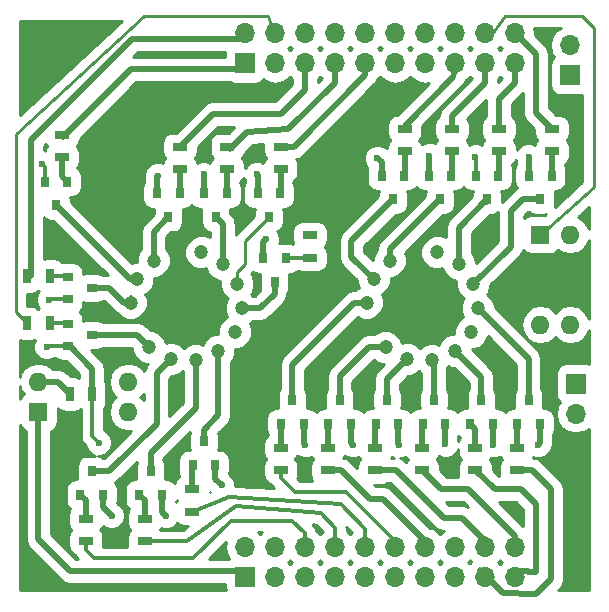
<source format=gbr>
G04 #@! TF.FileFunction,Copper,L1,Top,Signal*
%FSLAX46Y46*%
G04 Gerber Fmt 4.6, Leading zero omitted, Abs format (unit mm)*
G04 Created by KiCad (PCBNEW 4.0.4-stable) date 12/02/17 22:43:03*
%MOMM*%
%LPD*%
G01*
G04 APERTURE LIST*
%ADD10C,0.100000*%
%ADD11C,1.200000*%
%ADD12R,1.700000X1.700000*%
%ADD13O,1.700000X1.700000*%
%ADD14R,1.600000X1.600000*%
%ADD15O,1.600000X1.600000*%
%ADD16R,0.800000X0.900000*%
%ADD17R,0.900000X0.800000*%
%ADD18R,1.300000X0.700000*%
%ADD19R,0.700000X1.300000*%
%ADD20C,0.600000*%
%ADD21C,0.500000*%
%ADD22C,0.300000*%
%ADD23C,0.250000*%
%ADD24C,0.180000*%
%ADD25C,0.254000*%
G04 APERTURE END LIST*
D10*
D11*
X122256460Y-96188505D03*
X120880439Y-97771498D03*
X120307250Y-99761261D03*
X121894545Y-103522776D03*
X123725524Y-104519979D03*
X125816146Y-104628596D03*
X127743540Y-103811495D03*
X129123034Y-102248198D03*
X129692750Y-100238739D03*
X129328089Y-98170643D03*
X128105455Y-96477224D03*
X126274476Y-95480021D03*
X102256460Y-96188505D03*
X100880439Y-97771498D03*
X100307250Y-99761261D03*
X101894545Y-103522776D03*
X103725524Y-104519979D03*
X105816146Y-104628596D03*
X107743540Y-103811495D03*
X109123034Y-102248198D03*
X109692750Y-100238739D03*
X109328089Y-98170643D03*
X108105455Y-96477224D03*
X106274476Y-95480021D03*
D12*
X138000000Y-106600000D03*
D13*
X138000000Y-109140000D03*
D14*
X135000000Y-94000000D03*
D15*
X137540000Y-101620000D03*
X137540000Y-94000000D03*
X135000000Y-101620000D03*
D12*
X110000000Y-123000000D03*
D13*
X110000000Y-120460000D03*
X112540000Y-123000000D03*
X112540000Y-120460000D03*
X115080000Y-123000000D03*
X115080000Y-120460000D03*
X117620000Y-123000000D03*
X117620000Y-120460000D03*
X120160000Y-123000000D03*
X120160000Y-120460000D03*
X122700000Y-123000000D03*
X122700000Y-120460000D03*
X125240000Y-123000000D03*
X125240000Y-120460000D03*
X127780000Y-123000000D03*
X127780000Y-120460000D03*
X130320000Y-123000000D03*
X130320000Y-120460000D03*
X132860000Y-123000000D03*
X132860000Y-120460000D03*
D12*
X110000000Y-79500000D03*
D13*
X110000000Y-76960000D03*
X112540000Y-79500000D03*
X112540000Y-76960000D03*
X115080000Y-79500000D03*
X115080000Y-76960000D03*
X117620000Y-79500000D03*
X117620000Y-76960000D03*
X120160000Y-79500000D03*
X120160000Y-76960000D03*
X122700000Y-79500000D03*
X122700000Y-76960000D03*
X125240000Y-79500000D03*
X125240000Y-76960000D03*
X127780000Y-79500000D03*
X127780000Y-76960000D03*
X130320000Y-79500000D03*
X130320000Y-76960000D03*
X132860000Y-79500000D03*
X132860000Y-76960000D03*
D14*
X92500000Y-109000000D03*
D15*
X100120000Y-106460000D03*
X92500000Y-106460000D03*
X100120000Y-109000000D03*
D16*
X121050000Y-110000000D03*
X122950000Y-110000000D03*
X122000000Y-108000000D03*
X117050000Y-110000000D03*
X118950000Y-110000000D03*
X118000000Y-108000000D03*
X113050000Y-110000000D03*
X114950000Y-110000000D03*
X114000000Y-108000000D03*
X123450000Y-89000000D03*
X121550000Y-89000000D03*
X122500000Y-91000000D03*
X127450000Y-89000000D03*
X125550000Y-89000000D03*
X126500000Y-91000000D03*
X131450000Y-89000000D03*
X129550000Y-89000000D03*
X130500000Y-91000000D03*
X135950000Y-89000000D03*
X134050000Y-89000000D03*
X135000000Y-91000000D03*
X133050000Y-110000000D03*
X134950000Y-110000000D03*
X134000000Y-108000000D03*
X129050000Y-110000000D03*
X130950000Y-110000000D03*
X130000000Y-108000000D03*
X125050000Y-110000000D03*
X126950000Y-110000000D03*
X126000000Y-108000000D03*
D17*
X95000000Y-101550000D03*
X95000000Y-103450000D03*
X97000000Y-102500000D03*
X95000000Y-97550000D03*
X95000000Y-99450000D03*
X97000000Y-98500000D03*
D16*
X94950000Y-89500000D03*
X93050000Y-89500000D03*
X94000000Y-91500000D03*
X104450000Y-90500000D03*
X102550000Y-90500000D03*
X103500000Y-92500000D03*
X108450000Y-90500000D03*
X106550000Y-90500000D03*
X107500000Y-92500000D03*
X112950000Y-90500000D03*
X111050000Y-90500000D03*
X112000000Y-92500000D03*
X113450000Y-96000000D03*
X111550000Y-96000000D03*
X112500000Y-98000000D03*
X105550000Y-113500000D03*
X107450000Y-113500000D03*
X106500000Y-111500000D03*
X101050000Y-116000000D03*
X102950000Y-116000000D03*
X102000000Y-114000000D03*
X96050000Y-116000000D03*
X97950000Y-116000000D03*
X97000000Y-114000000D03*
D18*
X121000000Y-112050000D03*
X121000000Y-113950000D03*
X113000000Y-112050000D03*
X113000000Y-113950000D03*
X123500000Y-86950000D03*
X123500000Y-85050000D03*
X127500000Y-86950000D03*
X127500000Y-85050000D03*
X131500000Y-86950000D03*
X131500000Y-85050000D03*
X136000000Y-86950000D03*
X136000000Y-85050000D03*
X133000000Y-112050000D03*
X133000000Y-113950000D03*
X129500000Y-112050000D03*
X129500000Y-113950000D03*
X125000000Y-112050000D03*
X125000000Y-113950000D03*
X117000000Y-112050000D03*
X117000000Y-113950000D03*
D19*
X93450000Y-101500000D03*
X91550000Y-101500000D03*
X93450000Y-97500000D03*
X91550000Y-97500000D03*
D18*
X94500000Y-87450000D03*
X94500000Y-85550000D03*
D19*
X95150000Y-107500000D03*
X97050000Y-107500000D03*
D18*
X104500000Y-88450000D03*
X104500000Y-86550000D03*
X108500000Y-88450000D03*
X108500000Y-86550000D03*
X113000000Y-88450000D03*
X113000000Y-86550000D03*
X115500000Y-95950000D03*
X115500000Y-94050000D03*
X105500000Y-115550000D03*
X105500000Y-117450000D03*
X101500000Y-118050000D03*
X101500000Y-119950000D03*
X96500000Y-118050000D03*
X96500000Y-119950000D03*
D12*
X137500000Y-80500000D03*
D13*
X137500000Y-77960000D03*
D20*
X108000000Y-115200000D03*
X134800000Y-111800000D03*
X131000000Y-111800000D03*
X126950000Y-111750000D03*
X123000000Y-111800000D03*
X119100000Y-111800000D03*
X115100000Y-111800000D03*
X103300000Y-117800000D03*
X98700000Y-117800000D03*
X97600000Y-111600000D03*
X93200000Y-103500000D03*
X93400000Y-99500000D03*
X134000000Y-87400000D03*
X129500000Y-87400000D03*
X125600000Y-87300000D03*
X121200000Y-87500000D03*
X111800000Y-94400000D03*
X111000000Y-88900000D03*
X106500000Y-88900000D03*
X102600000Y-89000000D03*
X92800000Y-88000000D03*
D21*
X121000000Y-112050000D02*
X121000000Y-110050000D01*
D22*
X121000000Y-110050000D02*
X121050000Y-110000000D01*
D21*
X107450000Y-113500000D02*
X107450000Y-114650000D01*
X107450000Y-114650000D02*
X108000000Y-115200000D01*
X134950000Y-110000000D02*
X134950000Y-111650000D01*
X134950000Y-111650000D02*
X134800000Y-111800000D01*
D22*
X131000000Y-111800000D02*
X130950000Y-111750000D01*
D21*
X130950000Y-111750000D02*
X130950000Y-110000000D01*
X126950000Y-110000000D02*
X126950000Y-111750000D01*
D22*
X126950000Y-111750000D02*
X127000000Y-111800000D01*
D21*
X122950000Y-111750000D02*
X122950000Y-110000000D01*
X123000000Y-111800000D02*
X122950000Y-111750000D01*
X118950000Y-110000000D02*
X118950000Y-111650000D01*
X118950000Y-111650000D02*
X119100000Y-111800000D01*
X114950000Y-111650000D02*
X114950000Y-110000000D01*
X115100000Y-111800000D02*
X114950000Y-111650000D01*
X102950000Y-116000000D02*
X102950000Y-117450000D01*
X102950000Y-117450000D02*
X103300000Y-117800000D01*
D22*
X97050000Y-107500000D02*
X97050000Y-111050000D01*
D21*
X97950000Y-117050000D02*
X97950000Y-116000000D01*
X98700000Y-117800000D02*
X97950000Y-117050000D01*
D22*
X97050000Y-111050000D02*
X97600000Y-111600000D01*
D21*
X95000000Y-103450000D02*
X95150000Y-103450000D01*
X95150000Y-103450000D02*
X97050000Y-105350000D01*
X97050000Y-105350000D02*
X97050000Y-107500000D01*
D22*
X95000000Y-103450000D02*
X93250000Y-103450000D01*
X93250000Y-103450000D02*
X93200000Y-103500000D01*
X93450000Y-99450000D02*
X95000000Y-99450000D01*
X93400000Y-99500000D02*
X93450000Y-99450000D01*
D21*
X134050000Y-89000000D02*
X134050000Y-87450000D01*
X134050000Y-87450000D02*
X134000000Y-87400000D01*
D22*
X129550000Y-87450000D02*
X129550000Y-89000000D01*
X129500000Y-87400000D02*
X129550000Y-87450000D01*
D21*
X125550000Y-89000000D02*
X125550000Y-87350000D01*
X125550000Y-87350000D02*
X125600000Y-87300000D01*
X121550000Y-87850000D02*
X121550000Y-89000000D01*
X121200000Y-87500000D02*
X121550000Y-87850000D01*
X111800000Y-94400000D02*
X111550000Y-94650000D01*
X111550000Y-94650000D02*
X111550000Y-96000000D01*
X111050000Y-90500000D02*
X111050000Y-88950000D01*
X111050000Y-88950000D02*
X111000000Y-88900000D01*
X106550000Y-88950000D02*
X106550000Y-90500000D01*
X106500000Y-88900000D02*
X106550000Y-88950000D01*
X102550000Y-90500000D02*
X102550000Y-89050000D01*
X102550000Y-89050000D02*
X102600000Y-89000000D01*
D22*
X93050000Y-89500000D02*
X93050000Y-88250000D01*
X93050000Y-88250000D02*
X92800000Y-88000000D01*
D21*
X122000000Y-108000000D02*
X122000000Y-106245503D01*
X122000000Y-106245503D02*
X123725524Y-104519979D01*
X117000000Y-112050000D02*
X117000000Y-110050000D01*
D22*
X117000000Y-110050000D02*
X117050000Y-110000000D01*
D21*
X118000000Y-108000000D02*
X118000000Y-106000000D01*
X120477224Y-103522776D02*
X121894545Y-103522776D01*
X118000000Y-106000000D02*
X120477224Y-103522776D01*
X122000000Y-103628231D02*
X121894545Y-103522776D01*
X113000000Y-112050000D02*
X113000000Y-110050000D01*
D22*
X113000000Y-110050000D02*
X113050000Y-110000000D01*
D21*
X114000000Y-108000000D02*
X114000000Y-105000000D01*
X119238739Y-99761261D02*
X120307250Y-99761261D01*
X114000000Y-105000000D02*
X119238739Y-99761261D01*
X123500000Y-86950000D02*
X123500000Y-88950000D01*
D22*
X123500000Y-88950000D02*
X123450000Y-89000000D01*
D21*
X122500000Y-91000000D02*
X119000000Y-94500000D01*
X119000000Y-95891059D02*
X120880439Y-97771498D01*
X119000000Y-94500000D02*
X119000000Y-95891059D01*
X127500000Y-86950000D02*
X127500000Y-88950000D01*
D22*
X127500000Y-88950000D02*
X127450000Y-89000000D01*
D21*
X122256460Y-96188505D02*
X122256460Y-95243540D01*
X122256460Y-95243540D02*
X126500000Y-91000000D01*
X131500000Y-86950000D02*
X131500000Y-88950000D01*
D22*
X131500000Y-88950000D02*
X131450000Y-89000000D01*
D21*
X128105455Y-96477224D02*
X128105455Y-93394545D01*
X128105455Y-93394545D02*
X130500000Y-91000000D01*
X130500000Y-91000000D02*
X130500000Y-91254497D01*
X136000000Y-86950000D02*
X136000000Y-88950000D01*
D22*
X136000000Y-88950000D02*
X135950000Y-89000000D01*
D21*
X129328089Y-98170643D02*
X129329357Y-98170643D01*
X129329357Y-98170643D02*
X132500000Y-95000000D01*
X132500000Y-95000000D02*
X132500000Y-92000000D01*
X132500000Y-92000000D02*
X133500000Y-91000000D01*
X133500000Y-91000000D02*
X135000000Y-91000000D01*
X133000000Y-112050000D02*
X133000000Y-110050000D01*
D22*
X133000000Y-110050000D02*
X133050000Y-110000000D01*
D21*
X134000000Y-108000000D02*
X134000000Y-104545989D01*
X134000000Y-104545989D02*
X129692750Y-100238739D01*
X129500000Y-112050000D02*
X129500000Y-110450000D01*
X129500000Y-110450000D02*
X129050000Y-110000000D01*
X130000000Y-108000000D02*
X130000000Y-106067955D01*
X130000000Y-106067955D02*
X127743540Y-103811495D01*
X125000000Y-112050000D02*
X125000000Y-110050000D01*
D22*
X125000000Y-110050000D02*
X125050000Y-110000000D01*
D21*
X126000000Y-108000000D02*
X126000000Y-104812450D01*
X126000000Y-104812450D02*
X125816146Y-104628596D01*
D22*
X94615000Y-85725000D02*
X94500000Y-85550000D01*
D21*
X100340000Y-80000000D02*
X94615000Y-85725000D01*
X110000000Y-80000000D02*
X100340000Y-80000000D01*
X115080000Y-79500000D02*
X115080000Y-81720000D01*
X107250000Y-83800000D02*
X104500000Y-86550000D01*
X113000000Y-83800000D02*
X107250000Y-83800000D01*
X115080000Y-81720000D02*
X113000000Y-83800000D01*
D22*
X115080000Y-80000000D02*
X114945000Y-80000000D01*
D23*
X123500000Y-85050000D02*
X123500000Y-84780000D01*
D21*
X123500000Y-84780000D02*
X127635000Y-80645000D01*
X127635000Y-80645000D02*
X127780000Y-80000000D01*
D22*
X93450000Y-101500000D02*
X94950000Y-101500000D01*
X94950000Y-101500000D02*
X95000000Y-101550000D01*
D21*
X97000000Y-102500000D02*
X100871769Y-102500000D01*
X100871769Y-102500000D02*
X101894545Y-103522776D01*
D22*
X93450000Y-97500000D02*
X94950000Y-97500000D01*
X94950000Y-97500000D02*
X95000000Y-97550000D01*
D21*
X100307250Y-99761261D02*
X99761261Y-99761261D01*
X99761261Y-99761261D02*
X98500000Y-98500000D01*
X98500000Y-98500000D02*
X97000000Y-98500000D01*
D22*
X100307250Y-99307250D02*
X100307250Y-99761261D01*
D21*
X94500000Y-87450000D02*
X94500000Y-89050000D01*
X94500000Y-89050000D02*
X94950000Y-89500000D01*
X100880439Y-97771498D02*
X100271498Y-97771498D01*
X100271498Y-97771498D02*
X94000000Y-91500000D01*
X104500000Y-88450000D02*
X104500000Y-90450000D01*
D22*
X104500000Y-90450000D02*
X104450000Y-90500000D01*
D21*
X102256460Y-96188505D02*
X102256460Y-93743540D01*
X102256460Y-93743540D02*
X103500000Y-92500000D01*
D22*
X102000000Y-95932045D02*
X102256460Y-96188505D01*
D21*
X108500000Y-88450000D02*
X108500000Y-90450000D01*
D22*
X108500000Y-90450000D02*
X108450000Y-90500000D01*
D21*
X108105455Y-96477224D02*
X108105455Y-93105455D01*
X108105455Y-93105455D02*
X107500000Y-92500000D01*
X113000000Y-88450000D02*
X113000000Y-90450000D01*
D22*
X113000000Y-90450000D02*
X112950000Y-90500000D01*
D23*
X109328089Y-98170643D02*
X109328089Y-97171911D01*
X110000000Y-94500000D02*
X112000000Y-92500000D01*
X110000000Y-96500000D02*
X110000000Y-94500000D01*
X109328089Y-97171911D02*
X110000000Y-96500000D01*
D22*
X115500000Y-95950000D02*
X113500000Y-95950000D01*
X113500000Y-95950000D02*
X113450000Y-96000000D01*
D21*
X112500000Y-98000000D02*
X112500000Y-99000000D01*
X111261261Y-100238739D02*
X109692750Y-100238739D01*
X112500000Y-99000000D02*
X111261261Y-100238739D01*
X105500000Y-115550000D02*
X105500000Y-113550000D01*
D22*
X105500000Y-113550000D02*
X105550000Y-113500000D01*
D21*
X106500000Y-111500000D02*
X106500000Y-110500000D01*
X107743540Y-109256460D02*
X107743540Y-103811495D01*
X106500000Y-110500000D02*
X107743540Y-109256460D01*
X101500000Y-118050000D02*
X101500000Y-116450000D01*
X101500000Y-116450000D02*
X101050000Y-116000000D01*
X102000000Y-114000000D02*
X102000000Y-112500000D01*
X105816146Y-105316146D02*
X105816146Y-104628596D01*
X105816146Y-108683854D02*
X105816146Y-105316146D01*
X102000000Y-112500000D02*
X105816146Y-108683854D01*
X96500000Y-118050000D02*
X96500000Y-116450000D01*
X96500000Y-116450000D02*
X96050000Y-116000000D01*
X102500000Y-106000000D02*
X102500000Y-105745503D01*
X98500000Y-114000000D02*
X102500000Y-110000000D01*
X102500000Y-110000000D02*
X102500000Y-106000000D01*
X97000000Y-114000000D02*
X98500000Y-114000000D01*
X102500000Y-105745503D02*
X103725524Y-104519979D01*
X95150000Y-107500000D02*
X95150000Y-107450000D01*
X95150000Y-107450000D02*
X94160000Y-106460000D01*
X94160000Y-106460000D02*
X92500000Y-106460000D01*
X92500000Y-109000000D02*
X92500000Y-119800000D01*
X95200000Y-122500000D02*
X110000000Y-122500000D01*
X92500000Y-119800000D02*
X95200000Y-122500000D01*
D22*
X96500000Y-119950000D02*
X96500000Y-120700000D01*
X114000000Y-118200000D02*
X115080000Y-119280000D01*
X108800000Y-118200000D02*
X114000000Y-118200000D01*
X105600000Y-121400000D02*
X108800000Y-118200000D01*
X97200000Y-121400000D02*
X105600000Y-121400000D01*
X96500000Y-120700000D02*
X97200000Y-121400000D01*
X115080000Y-119280000D02*
X115080000Y-119960000D01*
D24*
X115080000Y-119960000D02*
X115080000Y-119525000D01*
D22*
X117620000Y-119960000D02*
X117620000Y-118820000D01*
X105050000Y-119950000D02*
X101500000Y-119950000D01*
X109200000Y-117000000D02*
X105050000Y-119950000D01*
X116400000Y-117600000D02*
X109200000Y-117000000D01*
X117620000Y-118820000D02*
X116400000Y-117600000D01*
X120160000Y-119960000D02*
X120160000Y-118890000D01*
X120160000Y-118890000D02*
X118110000Y-116840000D01*
X118110000Y-116840000D02*
X108600000Y-116200000D01*
X108600000Y-116200000D02*
X105500000Y-117450000D01*
X113000000Y-113950000D02*
X113000000Y-114600000D01*
X118540000Y-115800000D02*
X122700000Y-119960000D01*
X114200000Y-115800000D02*
X118540000Y-115800000D01*
X113000000Y-114600000D02*
X114200000Y-115800000D01*
D21*
X117000000Y-113950000D02*
X118150000Y-113950000D01*
X118150000Y-113950000D02*
X120600000Y-116400000D01*
X120600000Y-116400000D02*
X121680000Y-116400000D01*
X121680000Y-116400000D02*
X125240000Y-119960000D01*
X133000000Y-113950000D02*
X134270000Y-113950000D01*
X134270000Y-113950000D02*
X135890000Y-115570000D01*
X135890000Y-115570000D02*
X135890000Y-123190000D01*
X135890000Y-123190000D02*
X134620000Y-124460000D01*
X134620000Y-124460000D02*
X131870000Y-124370000D01*
X131870000Y-124370000D02*
X129910000Y-122410000D01*
X121000000Y-113950000D02*
X122750000Y-113950000D01*
X122750000Y-113950000D02*
X126800000Y-118000000D01*
X126800000Y-118000000D02*
X128360000Y-118000000D01*
X128360000Y-118000000D02*
X130320000Y-119960000D01*
D24*
X130320000Y-119960000D02*
X130320000Y-119525000D01*
D21*
X132860000Y-122500000D02*
X133930000Y-122500000D01*
X133930000Y-122500000D02*
X133985000Y-122555000D01*
X133985000Y-122555000D02*
X134620000Y-122555000D01*
X134620000Y-122555000D02*
X134620000Y-116840000D01*
X134620000Y-116840000D02*
X133350000Y-115570000D01*
X133350000Y-115570000D02*
X131120000Y-115570000D01*
X131120000Y-115570000D02*
X129500000Y-113950000D01*
D23*
X132667500Y-119332500D02*
X132667500Y-120267500D01*
X132667500Y-120267500D02*
X132860000Y-120460000D01*
D24*
X132860000Y-119960000D02*
X132860000Y-119525000D01*
D21*
X132860000Y-119525000D02*
X132667500Y-119332500D01*
X132667500Y-119332500D02*
X128905000Y-115570000D01*
X126620000Y-115570000D02*
X125000000Y-113950000D01*
X128905000Y-115570000D02*
X126620000Y-115570000D01*
X110000000Y-77460000D02*
X100440000Y-77460000D01*
X100440000Y-77460000D02*
X91900000Y-86000000D01*
X91900000Y-86000000D02*
X91900000Y-97500000D01*
D22*
X91900000Y-97500000D02*
X91550000Y-97500000D01*
X112540000Y-77460000D02*
X112540000Y-77340000D01*
D23*
X112540000Y-77340000D02*
X111900000Y-75500000D01*
X90600000Y-100550000D02*
X91550000Y-101500000D01*
X90600000Y-85500000D02*
X90600000Y-100550000D01*
X101400000Y-75500000D02*
X90600000Y-85500000D01*
X111900000Y-75500000D02*
X101400000Y-75500000D01*
D21*
X117620000Y-80000000D02*
X117620000Y-81135000D01*
X117620000Y-81135000D02*
X113665000Y-85090000D01*
X113665000Y-85090000D02*
X110185000Y-85315000D01*
X110185000Y-85315000D02*
X108725000Y-86775000D01*
X120160000Y-80000000D02*
X120160000Y-80500000D01*
X114110000Y-86550000D02*
X113000000Y-86550000D01*
X120160000Y-80500000D02*
X114110000Y-86550000D01*
D24*
X122700000Y-80000000D02*
X122500000Y-80000000D01*
D23*
X125240000Y-80000000D02*
X125105000Y-80000000D01*
D21*
X127500000Y-85050000D02*
X127500000Y-83955000D01*
X127500000Y-83955000D02*
X130320000Y-81135000D01*
X130320000Y-81135000D02*
X130320000Y-80000000D01*
D24*
X130320000Y-77460000D02*
X130540000Y-77460000D01*
D23*
X130540000Y-77460000D02*
X132000000Y-75500000D01*
X139500000Y-90000000D02*
X135000000Y-94000000D01*
X139500000Y-76500000D02*
X139500000Y-90000000D01*
X138500000Y-75500000D02*
X139500000Y-76500000D01*
X132000000Y-75500000D02*
X138500000Y-75500000D01*
D21*
X131500000Y-85050000D02*
X131500000Y-82495000D01*
X131500000Y-82495000D02*
X132860000Y-81135000D01*
X132860000Y-81135000D02*
X132860000Y-80000000D01*
D23*
X132860000Y-77460000D02*
X133340000Y-77460000D01*
D21*
X133340000Y-77460000D02*
X134620000Y-78740000D01*
X134620000Y-83670000D02*
X136000000Y-85050000D01*
X134620000Y-78740000D02*
X134620000Y-83670000D01*
D25*
G36*
X91089740Y-110393627D02*
X91368774Y-110584283D01*
X91415000Y-110593644D01*
X91415000Y-119800000D01*
X91497591Y-120215212D01*
X91577571Y-120334910D01*
X91732789Y-120567211D01*
X94432789Y-123267211D01*
X94784789Y-123502410D01*
X95200000Y-123585000D01*
X108298642Y-123585000D01*
X108298642Y-123850000D01*
X108343801Y-124090000D01*
X90910000Y-124090000D01*
X90910000Y-110114302D01*
X91089740Y-110393627D01*
X91089740Y-110393627D01*
G37*
X91089740Y-110393627D02*
X91368774Y-110584283D01*
X91415000Y-110593644D01*
X91415000Y-119800000D01*
X91497591Y-120215212D01*
X91577571Y-120334910D01*
X91732789Y-120567211D01*
X94432789Y-123267211D01*
X94784789Y-123502410D01*
X95200000Y-123585000D01*
X108298642Y-123585000D01*
X108298642Y-123850000D01*
X108343801Y-124090000D01*
X90910000Y-124090000D01*
X90910000Y-110114302D01*
X91089740Y-110393627D01*
G36*
X139090000Y-101160645D02*
X139050543Y-100962281D01*
X138696120Y-100431848D01*
X138165687Y-100077425D01*
X137540000Y-99952968D01*
X136914313Y-100077425D01*
X136383880Y-100431848D01*
X136270000Y-100602282D01*
X136156120Y-100431848D01*
X135625687Y-100077425D01*
X135000000Y-99952968D01*
X134374313Y-100077425D01*
X133843880Y-100431848D01*
X133489457Y-100962281D01*
X133365000Y-101587968D01*
X133365000Y-101652032D01*
X133489457Y-102277719D01*
X133843880Y-102808152D01*
X134374313Y-103162575D01*
X135000000Y-103287032D01*
X135625687Y-103162575D01*
X136156120Y-102808152D01*
X136270000Y-102637718D01*
X136383880Y-102808152D01*
X136914313Y-103162575D01*
X137540000Y-103287032D01*
X138165687Y-103162575D01*
X138696120Y-102808152D01*
X139050543Y-102277719D01*
X139090000Y-102079355D01*
X139090000Y-104947243D01*
X138850000Y-104898642D01*
X137150000Y-104898642D01*
X136840568Y-104956866D01*
X136556373Y-105139740D01*
X136365717Y-105418774D01*
X136298642Y-105750000D01*
X136298642Y-107450000D01*
X136356866Y-107759432D01*
X136539740Y-108043627D01*
X136657985Y-108124420D01*
X136410252Y-108495178D01*
X136281989Y-109140000D01*
X136410252Y-109784822D01*
X136775514Y-110331475D01*
X137322167Y-110696737D01*
X137966989Y-110825000D01*
X138033011Y-110825000D01*
X138677833Y-110696737D01*
X139090000Y-110421336D01*
X139090000Y-124090000D01*
X136524422Y-124090000D01*
X136657211Y-123957211D01*
X136816849Y-123718295D01*
X136892409Y-123605212D01*
X136975000Y-123190000D01*
X136975000Y-115570000D01*
X136892409Y-115154788D01*
X136657211Y-114802789D01*
X135037211Y-113182789D01*
X135022646Y-113173057D01*
X134685212Y-112947591D01*
X134621133Y-112934845D01*
X135024775Y-112935197D01*
X135442086Y-112762767D01*
X135761645Y-112443765D01*
X135863717Y-112197949D01*
X135952409Y-112065212D01*
X136035000Y-111650000D01*
X136035000Y-110926531D01*
X136134283Y-110781226D01*
X136201358Y-110450000D01*
X136201358Y-109550000D01*
X136143134Y-109240568D01*
X135960260Y-108956373D01*
X135681226Y-108765717D01*
X135350000Y-108698642D01*
X135201007Y-108698642D01*
X135251358Y-108450000D01*
X135251358Y-107550000D01*
X135193134Y-107240568D01*
X135085000Y-107072523D01*
X135085000Y-104545989D01*
X135002409Y-104130777D01*
X134767211Y-103778778D01*
X131127837Y-100139404D01*
X131127998Y-99954552D01*
X130909993Y-99426939D01*
X130506673Y-99022915D01*
X130505843Y-99022570D01*
X130543913Y-98984566D01*
X130762839Y-98457334D01*
X130763001Y-98271421D01*
X133267211Y-95767211D01*
X133336641Y-95663301D01*
X133502409Y-95415212D01*
X133526310Y-95295054D01*
X133589740Y-95393627D01*
X133868774Y-95584283D01*
X134200000Y-95651358D01*
X135800000Y-95651358D01*
X136109432Y-95593134D01*
X136393627Y-95410260D01*
X136494764Y-95262242D01*
X136914313Y-95542575D01*
X137540000Y-95667032D01*
X138165687Y-95542575D01*
X138696120Y-95188152D01*
X139050543Y-94657719D01*
X139090000Y-94459355D01*
X139090000Y-101160645D01*
X139090000Y-101160645D01*
G37*
X139090000Y-101160645D02*
X139050543Y-100962281D01*
X138696120Y-100431848D01*
X138165687Y-100077425D01*
X137540000Y-99952968D01*
X136914313Y-100077425D01*
X136383880Y-100431848D01*
X136270000Y-100602282D01*
X136156120Y-100431848D01*
X135625687Y-100077425D01*
X135000000Y-99952968D01*
X134374313Y-100077425D01*
X133843880Y-100431848D01*
X133489457Y-100962281D01*
X133365000Y-101587968D01*
X133365000Y-101652032D01*
X133489457Y-102277719D01*
X133843880Y-102808152D01*
X134374313Y-103162575D01*
X135000000Y-103287032D01*
X135625687Y-103162575D01*
X136156120Y-102808152D01*
X136270000Y-102637718D01*
X136383880Y-102808152D01*
X136914313Y-103162575D01*
X137540000Y-103287032D01*
X138165687Y-103162575D01*
X138696120Y-102808152D01*
X139050543Y-102277719D01*
X139090000Y-102079355D01*
X139090000Y-104947243D01*
X138850000Y-104898642D01*
X137150000Y-104898642D01*
X136840568Y-104956866D01*
X136556373Y-105139740D01*
X136365717Y-105418774D01*
X136298642Y-105750000D01*
X136298642Y-107450000D01*
X136356866Y-107759432D01*
X136539740Y-108043627D01*
X136657985Y-108124420D01*
X136410252Y-108495178D01*
X136281989Y-109140000D01*
X136410252Y-109784822D01*
X136775514Y-110331475D01*
X137322167Y-110696737D01*
X137966989Y-110825000D01*
X138033011Y-110825000D01*
X138677833Y-110696737D01*
X139090000Y-110421336D01*
X139090000Y-124090000D01*
X136524422Y-124090000D01*
X136657211Y-123957211D01*
X136816849Y-123718295D01*
X136892409Y-123605212D01*
X136975000Y-123190000D01*
X136975000Y-115570000D01*
X136892409Y-115154788D01*
X136657211Y-114802789D01*
X135037211Y-113182789D01*
X135022646Y-113173057D01*
X134685212Y-112947591D01*
X134621133Y-112934845D01*
X135024775Y-112935197D01*
X135442086Y-112762767D01*
X135761645Y-112443765D01*
X135863717Y-112197949D01*
X135952409Y-112065212D01*
X136035000Y-111650000D01*
X136035000Y-110926531D01*
X136134283Y-110781226D01*
X136201358Y-110450000D01*
X136201358Y-109550000D01*
X136143134Y-109240568D01*
X135960260Y-108956373D01*
X135681226Y-108765717D01*
X135350000Y-108698642D01*
X135201007Y-108698642D01*
X135251358Y-108450000D01*
X135251358Y-107550000D01*
X135193134Y-107240568D01*
X135085000Y-107072523D01*
X135085000Y-104545989D01*
X135002409Y-104130777D01*
X134767211Y-103778778D01*
X131127837Y-100139404D01*
X131127998Y-99954552D01*
X130909993Y-99426939D01*
X130506673Y-99022915D01*
X130505843Y-99022570D01*
X130543913Y-98984566D01*
X130762839Y-98457334D01*
X130763001Y-98271421D01*
X133267211Y-95767211D01*
X133336641Y-95663301D01*
X133502409Y-95415212D01*
X133526310Y-95295054D01*
X133589740Y-95393627D01*
X133868774Y-95584283D01*
X134200000Y-95651358D01*
X135800000Y-95651358D01*
X136109432Y-95593134D01*
X136393627Y-95410260D01*
X136494764Y-95262242D01*
X136914313Y-95542575D01*
X137540000Y-95667032D01*
X138165687Y-95542575D01*
X138696120Y-95188152D01*
X139050543Y-94657719D01*
X139090000Y-94459355D01*
X139090000Y-101160645D01*
G36*
X113888525Y-121684486D02*
X113956641Y-121730000D01*
X113888525Y-121775514D01*
X113810000Y-121893035D01*
X113731475Y-121775514D01*
X113663359Y-121730000D01*
X113731475Y-121684486D01*
X113810000Y-121566965D01*
X113888525Y-121684486D01*
X113888525Y-121684486D01*
G37*
X113888525Y-121684486D02*
X113956641Y-121730000D01*
X113888525Y-121775514D01*
X113810000Y-121893035D01*
X113731475Y-121775514D01*
X113663359Y-121730000D01*
X113731475Y-121684486D01*
X113810000Y-121566965D01*
X113888525Y-121684486D01*
G36*
X116428525Y-121684486D02*
X116496641Y-121730000D01*
X116428525Y-121775514D01*
X116350000Y-121893035D01*
X116271475Y-121775514D01*
X116203359Y-121730000D01*
X116271475Y-121684486D01*
X116350000Y-121566965D01*
X116428525Y-121684486D01*
X116428525Y-121684486D01*
G37*
X116428525Y-121684486D02*
X116496641Y-121730000D01*
X116428525Y-121775514D01*
X116350000Y-121893035D01*
X116271475Y-121775514D01*
X116203359Y-121730000D01*
X116271475Y-121684486D01*
X116350000Y-121566965D01*
X116428525Y-121684486D01*
G36*
X118968525Y-121684486D02*
X119036641Y-121730000D01*
X118968525Y-121775514D01*
X118890000Y-121893035D01*
X118811475Y-121775514D01*
X118743359Y-121730000D01*
X118811475Y-121684486D01*
X118890000Y-121566965D01*
X118968525Y-121684486D01*
X118968525Y-121684486D01*
G37*
X118968525Y-121684486D02*
X119036641Y-121730000D01*
X118968525Y-121775514D01*
X118890000Y-121893035D01*
X118811475Y-121775514D01*
X118743359Y-121730000D01*
X118811475Y-121684486D01*
X118890000Y-121566965D01*
X118968525Y-121684486D01*
G36*
X121508525Y-121684486D02*
X121576641Y-121730000D01*
X121508525Y-121775514D01*
X121430000Y-121893035D01*
X121351475Y-121775514D01*
X121283359Y-121730000D01*
X121351475Y-121684486D01*
X121430000Y-121566965D01*
X121508525Y-121684486D01*
X121508525Y-121684486D01*
G37*
X121508525Y-121684486D02*
X121576641Y-121730000D01*
X121508525Y-121775514D01*
X121430000Y-121893035D01*
X121351475Y-121775514D01*
X121283359Y-121730000D01*
X121351475Y-121684486D01*
X121430000Y-121566965D01*
X121508525Y-121684486D01*
G36*
X124048525Y-121684486D02*
X124116641Y-121730000D01*
X124048525Y-121775514D01*
X123970000Y-121893035D01*
X123891475Y-121775514D01*
X123823359Y-121730000D01*
X123891475Y-121684486D01*
X123970000Y-121566965D01*
X124048525Y-121684486D01*
X124048525Y-121684486D01*
G37*
X124048525Y-121684486D02*
X124116641Y-121730000D01*
X124048525Y-121775514D01*
X123970000Y-121893035D01*
X123891475Y-121775514D01*
X123823359Y-121730000D01*
X123891475Y-121684486D01*
X123970000Y-121566965D01*
X124048525Y-121684486D01*
G36*
X126588525Y-121684486D02*
X126656641Y-121730000D01*
X126588525Y-121775514D01*
X126510000Y-121893035D01*
X126431475Y-121775514D01*
X126363359Y-121730000D01*
X126431475Y-121684486D01*
X126510000Y-121566965D01*
X126588525Y-121684486D01*
X126588525Y-121684486D01*
G37*
X126588525Y-121684486D02*
X126656641Y-121730000D01*
X126588525Y-121775514D01*
X126510000Y-121893035D01*
X126431475Y-121775514D01*
X126363359Y-121730000D01*
X126431475Y-121684486D01*
X126510000Y-121566965D01*
X126588525Y-121684486D01*
G36*
X131668525Y-121684486D02*
X131736641Y-121730000D01*
X131668525Y-121775514D01*
X131590000Y-121893035D01*
X131511475Y-121775514D01*
X131443359Y-121730000D01*
X131511475Y-121684486D01*
X131590000Y-121566965D01*
X131668525Y-121684486D01*
X131668525Y-121684486D01*
G37*
X131668525Y-121684486D02*
X131736641Y-121730000D01*
X131668525Y-121775514D01*
X131590000Y-121893035D01*
X131511475Y-121775514D01*
X131443359Y-121730000D01*
X131511475Y-121684486D01*
X131590000Y-121566965D01*
X131668525Y-121684486D01*
G36*
X129121727Y-121674311D02*
X129012790Y-121837347D01*
X128971475Y-121775514D01*
X128903359Y-121730000D01*
X128971475Y-121684486D01*
X129050000Y-121566965D01*
X129121727Y-121674311D01*
X129121727Y-121674311D01*
G37*
X129121727Y-121674311D02*
X129012790Y-121837347D01*
X128971475Y-121775514D01*
X128903359Y-121730000D01*
X128971475Y-121684486D01*
X129050000Y-121566965D01*
X129121727Y-121674311D01*
G36*
X94189740Y-108743627D02*
X94468774Y-108934283D01*
X94800000Y-109001358D01*
X95500000Y-109001358D01*
X95809432Y-108943134D01*
X96065000Y-108778681D01*
X96065000Y-111050000D01*
X96139979Y-111426943D01*
X96353500Y-111746500D01*
X96488059Y-111881060D01*
X96637233Y-112242086D01*
X96956235Y-112561645D01*
X97286159Y-112698642D01*
X96600000Y-112698642D01*
X96290568Y-112756866D01*
X96006373Y-112939740D01*
X95815717Y-113218774D01*
X95748642Y-113550000D01*
X95748642Y-114450000D01*
X95795428Y-114698642D01*
X95650000Y-114698642D01*
X95340568Y-114756866D01*
X95056373Y-114939740D01*
X94865717Y-115218774D01*
X94798642Y-115550000D01*
X94798642Y-116450000D01*
X94856866Y-116759432D01*
X95039740Y-117043627D01*
X95208905Y-117159212D01*
X95065717Y-117368774D01*
X94998642Y-117700000D01*
X94998642Y-118400000D01*
X95056866Y-118709432D01*
X95239740Y-118993627D01*
X95249269Y-119000138D01*
X95065717Y-119268774D01*
X94998642Y-119600000D01*
X94998642Y-120300000D01*
X95056866Y-120609432D01*
X95239740Y-120893627D01*
X95518774Y-121084283D01*
X95606793Y-121102107D01*
X95803500Y-121396500D01*
X95822000Y-121415000D01*
X95649422Y-121415000D01*
X93585000Y-119350578D01*
X93585000Y-110597731D01*
X93609432Y-110593134D01*
X93893627Y-110410260D01*
X94084283Y-110131226D01*
X94151358Y-109800000D01*
X94151358Y-108683980D01*
X94189740Y-108743627D01*
X94189740Y-108743627D01*
G37*
X94189740Y-108743627D02*
X94468774Y-108934283D01*
X94800000Y-109001358D01*
X95500000Y-109001358D01*
X95809432Y-108943134D01*
X96065000Y-108778681D01*
X96065000Y-111050000D01*
X96139979Y-111426943D01*
X96353500Y-111746500D01*
X96488059Y-111881060D01*
X96637233Y-112242086D01*
X96956235Y-112561645D01*
X97286159Y-112698642D01*
X96600000Y-112698642D01*
X96290568Y-112756866D01*
X96006373Y-112939740D01*
X95815717Y-113218774D01*
X95748642Y-113550000D01*
X95748642Y-114450000D01*
X95795428Y-114698642D01*
X95650000Y-114698642D01*
X95340568Y-114756866D01*
X95056373Y-114939740D01*
X94865717Y-115218774D01*
X94798642Y-115550000D01*
X94798642Y-116450000D01*
X94856866Y-116759432D01*
X95039740Y-117043627D01*
X95208905Y-117159212D01*
X95065717Y-117368774D01*
X94998642Y-117700000D01*
X94998642Y-118400000D01*
X95056866Y-118709432D01*
X95239740Y-118993627D01*
X95249269Y-119000138D01*
X95065717Y-119268774D01*
X94998642Y-119600000D01*
X94998642Y-120300000D01*
X95056866Y-120609432D01*
X95239740Y-120893627D01*
X95518774Y-121084283D01*
X95606793Y-121102107D01*
X95803500Y-121396500D01*
X95822000Y-121415000D01*
X95649422Y-121415000D01*
X93585000Y-119350578D01*
X93585000Y-110597731D01*
X93609432Y-110593134D01*
X93893627Y-110410260D01*
X94084283Y-110131226D01*
X94151358Y-109800000D01*
X94151358Y-108683980D01*
X94189740Y-108743627D01*
G36*
X108315000Y-120426989D02*
X108315000Y-120493011D01*
X108443263Y-121137833D01*
X108628460Y-121415000D01*
X106978000Y-121415000D01*
X108401655Y-119991345D01*
X108315000Y-120426989D01*
X108315000Y-120426989D01*
G37*
X108315000Y-120426989D02*
X108315000Y-120493011D01*
X108443263Y-121137833D01*
X108628460Y-121415000D01*
X106978000Y-121415000D01*
X108401655Y-119991345D01*
X108315000Y-120426989D01*
G36*
X100815717Y-113218774D02*
X100748642Y-113550000D01*
X100748642Y-114450000D01*
X100795428Y-114698642D01*
X100650000Y-114698642D01*
X100340568Y-114756866D01*
X100056373Y-114939740D01*
X99865717Y-115218774D01*
X99798642Y-115550000D01*
X99798642Y-116450000D01*
X99856866Y-116759432D01*
X100039740Y-117043627D01*
X100208905Y-117159212D01*
X100065717Y-117368774D01*
X99998642Y-117700000D01*
X99998642Y-118400000D01*
X100056866Y-118709432D01*
X100239740Y-118993627D01*
X100249269Y-119000138D01*
X100065717Y-119268774D01*
X99998642Y-119600000D01*
X99998642Y-120300000D01*
X100020281Y-120415000D01*
X97978070Y-120415000D01*
X98001358Y-120300000D01*
X98001358Y-119600000D01*
X97943134Y-119290568D01*
X97760260Y-119006373D01*
X97750731Y-118999862D01*
X97934283Y-118731226D01*
X97949729Y-118654953D01*
X98056235Y-118761645D01*
X98473244Y-118934803D01*
X98924775Y-118935197D01*
X99342086Y-118762767D01*
X99661645Y-118443765D01*
X99834803Y-118026756D01*
X99835197Y-117575225D01*
X99662767Y-117157914D01*
X99343765Y-116838355D01*
X99222369Y-116787947D01*
X99147985Y-116713563D01*
X99201358Y-116450000D01*
X99201358Y-115550000D01*
X99143134Y-115240568D01*
X98967431Y-114967517D01*
X99267211Y-114767211D01*
X100815866Y-113218556D01*
X100815717Y-113218774D01*
X100815717Y-113218774D01*
G37*
X100815717Y-113218774D02*
X100748642Y-113550000D01*
X100748642Y-114450000D01*
X100795428Y-114698642D01*
X100650000Y-114698642D01*
X100340568Y-114756866D01*
X100056373Y-114939740D01*
X99865717Y-115218774D01*
X99798642Y-115550000D01*
X99798642Y-116450000D01*
X99856866Y-116759432D01*
X100039740Y-117043627D01*
X100208905Y-117159212D01*
X100065717Y-117368774D01*
X99998642Y-117700000D01*
X99998642Y-118400000D01*
X100056866Y-118709432D01*
X100239740Y-118993627D01*
X100249269Y-119000138D01*
X100065717Y-119268774D01*
X99998642Y-119600000D01*
X99998642Y-120300000D01*
X100020281Y-120415000D01*
X97978070Y-120415000D01*
X98001358Y-120300000D01*
X98001358Y-119600000D01*
X97943134Y-119290568D01*
X97760260Y-119006373D01*
X97750731Y-118999862D01*
X97934283Y-118731226D01*
X97949729Y-118654953D01*
X98056235Y-118761645D01*
X98473244Y-118934803D01*
X98924775Y-118935197D01*
X99342086Y-118762767D01*
X99661645Y-118443765D01*
X99834803Y-118026756D01*
X99835197Y-117575225D01*
X99662767Y-117157914D01*
X99343765Y-116838355D01*
X99222369Y-116787947D01*
X99147985Y-116713563D01*
X99201358Y-116450000D01*
X99201358Y-115550000D01*
X99143134Y-115240568D01*
X98967431Y-114967517D01*
X99267211Y-114767211D01*
X100815866Y-113218556D01*
X100815717Y-113218774D01*
G36*
X111348525Y-119235514D02*
X111270000Y-119353035D01*
X111191475Y-119235514D01*
X111115875Y-119185000D01*
X111424125Y-119185000D01*
X111348525Y-119235514D01*
X111348525Y-119235514D01*
G37*
X111348525Y-119235514D02*
X111270000Y-119353035D01*
X111191475Y-119235514D01*
X111115875Y-119185000D01*
X111424125Y-119185000D01*
X111348525Y-119235514D01*
G36*
X115958634Y-118551634D02*
X116556802Y-119149802D01*
X116428525Y-119235514D01*
X116350000Y-119353035D01*
X116271475Y-119235514D01*
X116023146Y-119069586D01*
X115990021Y-118903057D01*
X115776500Y-118583500D01*
X115725180Y-118532180D01*
X115958634Y-118551634D01*
X115958634Y-118551634D01*
G37*
X115958634Y-118551634D02*
X116556802Y-119149802D01*
X116428525Y-119235514D01*
X116350000Y-119353035D01*
X116271475Y-119235514D01*
X116023146Y-119069586D01*
X115990021Y-118903057D01*
X115776500Y-118583500D01*
X115725180Y-118532180D01*
X115958634Y-118551634D01*
G36*
X119054840Y-119177840D02*
X118968525Y-119235514D01*
X118890000Y-119353035D01*
X118811475Y-119235514D01*
X118605000Y-119097552D01*
X118605000Y-118820000D01*
X118582156Y-118705156D01*
X119054840Y-119177840D01*
X119054840Y-119177840D01*
G37*
X119054840Y-119177840D02*
X118968525Y-119235514D01*
X118890000Y-119353035D01*
X118811475Y-119235514D01*
X118605000Y-119097552D01*
X118605000Y-118820000D01*
X118582156Y-118705156D01*
X119054840Y-119177840D01*
G36*
X126032789Y-118767211D02*
X126384788Y-119002409D01*
X126800000Y-119085000D01*
X126813785Y-119085000D01*
X126588525Y-119235514D01*
X126510000Y-119353035D01*
X126431475Y-119235514D01*
X125884822Y-118870252D01*
X125634977Y-118820555D01*
X122447211Y-115632789D01*
X122420904Y-115615211D01*
X122095212Y-115397591D01*
X121680000Y-115315000D01*
X121049422Y-115315000D01*
X120885780Y-115151358D01*
X121650000Y-115151358D01*
X121959432Y-115093134D01*
X122049775Y-115035000D01*
X122300578Y-115035000D01*
X126032789Y-118767211D01*
X126032789Y-118767211D01*
G37*
X126032789Y-118767211D02*
X126384788Y-119002409D01*
X126800000Y-119085000D01*
X126813785Y-119085000D01*
X126588525Y-119235514D01*
X126510000Y-119353035D01*
X126431475Y-119235514D01*
X125884822Y-118870252D01*
X125634977Y-118820555D01*
X122447211Y-115632789D01*
X122420904Y-115615211D01*
X122095212Y-115397591D01*
X121680000Y-115315000D01*
X121049422Y-115315000D01*
X120885780Y-115151358D01*
X121650000Y-115151358D01*
X121959432Y-115093134D01*
X122049775Y-115035000D01*
X122300578Y-115035000D01*
X126032789Y-118767211D01*
G36*
X104518774Y-118584283D02*
X104850000Y-118651358D01*
X105176807Y-118651358D01*
X104735582Y-118965000D01*
X102774552Y-118965000D01*
X102856640Y-118844861D01*
X103073244Y-118934803D01*
X103524775Y-118935197D01*
X103942086Y-118762767D01*
X104261645Y-118443765D01*
X104273022Y-118416367D01*
X104518774Y-118584283D01*
X104518774Y-118584283D01*
G37*
X104518774Y-118584283D02*
X104850000Y-118651358D01*
X105176807Y-118651358D01*
X104735582Y-118965000D01*
X102774552Y-118965000D01*
X102856640Y-118844861D01*
X103073244Y-118934803D01*
X103524775Y-118935197D01*
X103942086Y-118762767D01*
X104261645Y-118443765D01*
X104273022Y-118416367D01*
X104518774Y-118584283D01*
G36*
X133535000Y-117289422D02*
X133535000Y-118665578D01*
X131524422Y-116655000D01*
X132900578Y-116655000D01*
X133535000Y-117289422D01*
X133535000Y-117289422D01*
G37*
X133535000Y-117289422D02*
X133535000Y-118665578D01*
X131524422Y-116655000D01*
X132900578Y-116655000D01*
X133535000Y-117289422D01*
G36*
X128844397Y-117043819D02*
X128775212Y-116997591D01*
X128360000Y-116915000D01*
X127249422Y-116915000D01*
X126989422Y-116655000D01*
X128455578Y-116655000D01*
X128844397Y-117043819D01*
X128844397Y-117043819D01*
G37*
X128844397Y-117043819D02*
X128775212Y-116997591D01*
X128360000Y-116915000D01*
X127249422Y-116915000D01*
X126989422Y-116655000D01*
X128455578Y-116655000D01*
X128844397Y-117043819D01*
G36*
X104239740Y-116493627D02*
X104249269Y-116500138D01*
X104166748Y-116620911D01*
X104201358Y-116450000D01*
X104201358Y-116433980D01*
X104239740Y-116493627D01*
X104239740Y-116493627D01*
G37*
X104239740Y-116493627D02*
X104249269Y-116500138D01*
X104166748Y-116620911D01*
X104201358Y-116450000D01*
X104201358Y-116433980D01*
X104239740Y-116493627D01*
G36*
X107011024Y-115778654D02*
X107001358Y-115782552D01*
X107001358Y-115755262D01*
X107011024Y-115778654D01*
X107011024Y-115778654D01*
G37*
X107011024Y-115778654D02*
X107001358Y-115782552D01*
X107001358Y-115755262D01*
X107011024Y-115778654D01*
G36*
X124048525Y-80724486D02*
X124595178Y-81089748D01*
X125240000Y-81218011D01*
X125598971Y-81146607D01*
X122896936Y-83848642D01*
X122850000Y-83848642D01*
X122540568Y-83906866D01*
X122256373Y-84089740D01*
X122065717Y-84368774D01*
X121998642Y-84700000D01*
X121998642Y-85400000D01*
X122056866Y-85709432D01*
X122239740Y-85993627D01*
X122249269Y-86000138D01*
X122065717Y-86268774D01*
X121998642Y-86600000D01*
X121998642Y-86693502D01*
X121843765Y-86538355D01*
X121426756Y-86365197D01*
X120975225Y-86364803D01*
X120557914Y-86537233D01*
X120238355Y-86856235D01*
X120065197Y-87273244D01*
X120064803Y-87724775D01*
X120237233Y-88142086D01*
X120356959Y-88262021D01*
X120298642Y-88550000D01*
X120298642Y-89450000D01*
X120356866Y-89759432D01*
X120539740Y-90043627D01*
X120818774Y-90234283D01*
X121150000Y-90301358D01*
X121298993Y-90301358D01*
X121248642Y-90550000D01*
X121248642Y-90716936D01*
X118232789Y-93732789D01*
X117997591Y-94084788D01*
X117915000Y-94500000D01*
X117915000Y-95891059D01*
X117997591Y-96306271D01*
X118196338Y-96603717D01*
X118232789Y-96658270D01*
X119445352Y-97870833D01*
X119445191Y-98055685D01*
X119624870Y-98490543D01*
X119495450Y-98544018D01*
X119362976Y-98676261D01*
X119238739Y-98676261D01*
X118823528Y-98758851D01*
X118471528Y-98994050D01*
X113232789Y-104232789D01*
X112997591Y-104584788D01*
X112915000Y-105000000D01*
X112915000Y-107073469D01*
X112815717Y-107218774D01*
X112748642Y-107550000D01*
X112748642Y-108450000D01*
X112795428Y-108698642D01*
X112650000Y-108698642D01*
X112340568Y-108756866D01*
X112056373Y-108939740D01*
X111865717Y-109218774D01*
X111798642Y-109550000D01*
X111798642Y-110450000D01*
X111856866Y-110759432D01*
X111915000Y-110849775D01*
X111915000Y-110987667D01*
X111756373Y-111089740D01*
X111565717Y-111368774D01*
X111498642Y-111700000D01*
X111498642Y-112400000D01*
X111556866Y-112709432D01*
X111739740Y-112993627D01*
X111749269Y-113000138D01*
X111565717Y-113268774D01*
X111498642Y-113600000D01*
X111498642Y-114300000D01*
X111556866Y-114609432D01*
X111739740Y-114893627D01*
X112018774Y-115084283D01*
X112184067Y-115117756D01*
X112303500Y-115296500D01*
X112480951Y-115473951D01*
X109134958Y-115248773D01*
X109135197Y-114975225D01*
X108962767Y-114557914D01*
X108643765Y-114238355D01*
X108643027Y-114238048D01*
X108701358Y-113950000D01*
X108701358Y-113050000D01*
X108643134Y-112740568D01*
X108460260Y-112456373D01*
X108181226Y-112265717D01*
X107850000Y-112198642D01*
X107701007Y-112198642D01*
X107751358Y-111950000D01*
X107751358Y-111050000D01*
X107709085Y-110825337D01*
X108510751Y-110023671D01*
X108660203Y-109800000D01*
X108745949Y-109671672D01*
X108828540Y-109256460D01*
X108828540Y-104756014D01*
X108959364Y-104625418D01*
X109178290Y-104098186D01*
X109178652Y-103683247D01*
X109407221Y-103683446D01*
X109934834Y-103465441D01*
X110338858Y-103062121D01*
X110557784Y-102534889D01*
X110558282Y-101964011D01*
X110371145Y-101511104D01*
X110504550Y-101455982D01*
X110637024Y-101323739D01*
X111261261Y-101323739D01*
X111676473Y-101241148D01*
X112028472Y-101005950D01*
X113267211Y-99767211D01*
X113295566Y-99724775D01*
X113502409Y-99415212D01*
X113585000Y-99000000D01*
X113585000Y-98926531D01*
X113684283Y-98781226D01*
X113751358Y-98450000D01*
X113751358Y-97550000D01*
X113704572Y-97301358D01*
X113850000Y-97301358D01*
X114159432Y-97243134D01*
X114443627Y-97060260D01*
X114456354Y-97041633D01*
X114518774Y-97084283D01*
X114850000Y-97151358D01*
X116150000Y-97151358D01*
X116459432Y-97093134D01*
X116743627Y-96910260D01*
X116934283Y-96631226D01*
X117001358Y-96300000D01*
X117001358Y-95600000D01*
X116943134Y-95290568D01*
X116760260Y-95006373D01*
X116750731Y-94999862D01*
X116934283Y-94731226D01*
X117001358Y-94400000D01*
X117001358Y-93700000D01*
X116943134Y-93390568D01*
X116760260Y-93106373D01*
X116481226Y-92915717D01*
X116150000Y-92848642D01*
X114850000Y-92848642D01*
X114540568Y-92906866D01*
X114256373Y-93089740D01*
X114065717Y-93368774D01*
X113998642Y-93700000D01*
X113998642Y-94400000D01*
X114056866Y-94709432D01*
X114079878Y-94745193D01*
X113850000Y-94698642D01*
X113050000Y-94698642D01*
X112892660Y-94728248D01*
X112934803Y-94626756D01*
X112935197Y-94175225D01*
X112762767Y-93757914D01*
X112732923Y-93728018D01*
X112993627Y-93560260D01*
X113184283Y-93281226D01*
X113251358Y-92950000D01*
X113251358Y-92050000D01*
X113204572Y-91801358D01*
X113350000Y-91801358D01*
X113659432Y-91743134D01*
X113943627Y-91560260D01*
X114134283Y-91281226D01*
X114201358Y-90950000D01*
X114201358Y-90050000D01*
X114143134Y-89740568D01*
X114085000Y-89650225D01*
X114085000Y-89512333D01*
X114243627Y-89410260D01*
X114434283Y-89131226D01*
X114501358Y-88800000D01*
X114501358Y-88100000D01*
X114443134Y-87790568D01*
X114316587Y-87593907D01*
X114525212Y-87552409D01*
X114877211Y-87317211D01*
X120927211Y-81267211D01*
X120960085Y-81218011D01*
X121162409Y-80915212D01*
X121177182Y-80840945D01*
X121351475Y-80724486D01*
X121430000Y-80606965D01*
X121508525Y-80724486D01*
X122055178Y-81089748D01*
X122700000Y-81218011D01*
X123344822Y-81089748D01*
X123891475Y-80724486D01*
X123970000Y-80606965D01*
X124048525Y-80724486D01*
X124048525Y-80724486D01*
G37*
X124048525Y-80724486D02*
X124595178Y-81089748D01*
X125240000Y-81218011D01*
X125598971Y-81146607D01*
X122896936Y-83848642D01*
X122850000Y-83848642D01*
X122540568Y-83906866D01*
X122256373Y-84089740D01*
X122065717Y-84368774D01*
X121998642Y-84700000D01*
X121998642Y-85400000D01*
X122056866Y-85709432D01*
X122239740Y-85993627D01*
X122249269Y-86000138D01*
X122065717Y-86268774D01*
X121998642Y-86600000D01*
X121998642Y-86693502D01*
X121843765Y-86538355D01*
X121426756Y-86365197D01*
X120975225Y-86364803D01*
X120557914Y-86537233D01*
X120238355Y-86856235D01*
X120065197Y-87273244D01*
X120064803Y-87724775D01*
X120237233Y-88142086D01*
X120356959Y-88262021D01*
X120298642Y-88550000D01*
X120298642Y-89450000D01*
X120356866Y-89759432D01*
X120539740Y-90043627D01*
X120818774Y-90234283D01*
X121150000Y-90301358D01*
X121298993Y-90301358D01*
X121248642Y-90550000D01*
X121248642Y-90716936D01*
X118232789Y-93732789D01*
X117997591Y-94084788D01*
X117915000Y-94500000D01*
X117915000Y-95891059D01*
X117997591Y-96306271D01*
X118196338Y-96603717D01*
X118232789Y-96658270D01*
X119445352Y-97870833D01*
X119445191Y-98055685D01*
X119624870Y-98490543D01*
X119495450Y-98544018D01*
X119362976Y-98676261D01*
X119238739Y-98676261D01*
X118823528Y-98758851D01*
X118471528Y-98994050D01*
X113232789Y-104232789D01*
X112997591Y-104584788D01*
X112915000Y-105000000D01*
X112915000Y-107073469D01*
X112815717Y-107218774D01*
X112748642Y-107550000D01*
X112748642Y-108450000D01*
X112795428Y-108698642D01*
X112650000Y-108698642D01*
X112340568Y-108756866D01*
X112056373Y-108939740D01*
X111865717Y-109218774D01*
X111798642Y-109550000D01*
X111798642Y-110450000D01*
X111856866Y-110759432D01*
X111915000Y-110849775D01*
X111915000Y-110987667D01*
X111756373Y-111089740D01*
X111565717Y-111368774D01*
X111498642Y-111700000D01*
X111498642Y-112400000D01*
X111556866Y-112709432D01*
X111739740Y-112993627D01*
X111749269Y-113000138D01*
X111565717Y-113268774D01*
X111498642Y-113600000D01*
X111498642Y-114300000D01*
X111556866Y-114609432D01*
X111739740Y-114893627D01*
X112018774Y-115084283D01*
X112184067Y-115117756D01*
X112303500Y-115296500D01*
X112480951Y-115473951D01*
X109134958Y-115248773D01*
X109135197Y-114975225D01*
X108962767Y-114557914D01*
X108643765Y-114238355D01*
X108643027Y-114238048D01*
X108701358Y-113950000D01*
X108701358Y-113050000D01*
X108643134Y-112740568D01*
X108460260Y-112456373D01*
X108181226Y-112265717D01*
X107850000Y-112198642D01*
X107701007Y-112198642D01*
X107751358Y-111950000D01*
X107751358Y-111050000D01*
X107709085Y-110825337D01*
X108510751Y-110023671D01*
X108660203Y-109800000D01*
X108745949Y-109671672D01*
X108828540Y-109256460D01*
X108828540Y-104756014D01*
X108959364Y-104625418D01*
X109178290Y-104098186D01*
X109178652Y-103683247D01*
X109407221Y-103683446D01*
X109934834Y-103465441D01*
X110338858Y-103062121D01*
X110557784Y-102534889D01*
X110558282Y-101964011D01*
X110371145Y-101511104D01*
X110504550Y-101455982D01*
X110637024Y-101323739D01*
X111261261Y-101323739D01*
X111676473Y-101241148D01*
X112028472Y-101005950D01*
X113267211Y-99767211D01*
X113295566Y-99724775D01*
X113502409Y-99415212D01*
X113585000Y-99000000D01*
X113585000Y-98926531D01*
X113684283Y-98781226D01*
X113751358Y-98450000D01*
X113751358Y-97550000D01*
X113704572Y-97301358D01*
X113850000Y-97301358D01*
X114159432Y-97243134D01*
X114443627Y-97060260D01*
X114456354Y-97041633D01*
X114518774Y-97084283D01*
X114850000Y-97151358D01*
X116150000Y-97151358D01*
X116459432Y-97093134D01*
X116743627Y-96910260D01*
X116934283Y-96631226D01*
X117001358Y-96300000D01*
X117001358Y-95600000D01*
X116943134Y-95290568D01*
X116760260Y-95006373D01*
X116750731Y-94999862D01*
X116934283Y-94731226D01*
X117001358Y-94400000D01*
X117001358Y-93700000D01*
X116943134Y-93390568D01*
X116760260Y-93106373D01*
X116481226Y-92915717D01*
X116150000Y-92848642D01*
X114850000Y-92848642D01*
X114540568Y-92906866D01*
X114256373Y-93089740D01*
X114065717Y-93368774D01*
X113998642Y-93700000D01*
X113998642Y-94400000D01*
X114056866Y-94709432D01*
X114079878Y-94745193D01*
X113850000Y-94698642D01*
X113050000Y-94698642D01*
X112892660Y-94728248D01*
X112934803Y-94626756D01*
X112935197Y-94175225D01*
X112762767Y-93757914D01*
X112732923Y-93728018D01*
X112993627Y-93560260D01*
X113184283Y-93281226D01*
X113251358Y-92950000D01*
X113251358Y-92050000D01*
X113204572Y-91801358D01*
X113350000Y-91801358D01*
X113659432Y-91743134D01*
X113943627Y-91560260D01*
X114134283Y-91281226D01*
X114201358Y-90950000D01*
X114201358Y-90050000D01*
X114143134Y-89740568D01*
X114085000Y-89650225D01*
X114085000Y-89512333D01*
X114243627Y-89410260D01*
X114434283Y-89131226D01*
X114501358Y-88800000D01*
X114501358Y-88100000D01*
X114443134Y-87790568D01*
X114316587Y-87593907D01*
X114525212Y-87552409D01*
X114877211Y-87317211D01*
X120927211Y-81267211D01*
X120960085Y-81218011D01*
X121162409Y-80915212D01*
X121177182Y-80840945D01*
X121351475Y-80724486D01*
X121430000Y-80606965D01*
X121508525Y-80724486D01*
X122055178Y-81089748D01*
X122700000Y-81218011D01*
X123344822Y-81089748D01*
X123891475Y-80724486D01*
X123970000Y-80606965D01*
X124048525Y-80724486D01*
G36*
X105315717Y-110718774D02*
X105248642Y-111050000D01*
X105248642Y-111950000D01*
X105295428Y-112198642D01*
X105150000Y-112198642D01*
X104840568Y-112256866D01*
X104556373Y-112439740D01*
X104365717Y-112718774D01*
X104298642Y-113050000D01*
X104298642Y-113950000D01*
X104356866Y-114259432D01*
X104415000Y-114349775D01*
X104415000Y-114487667D01*
X104256373Y-114589740D01*
X104065717Y-114868774D01*
X104026981Y-115060060D01*
X103960260Y-114956373D01*
X103681226Y-114765717D01*
X103350000Y-114698642D01*
X103201007Y-114698642D01*
X103251358Y-114450000D01*
X103251358Y-113550000D01*
X103193134Y-113240568D01*
X103085000Y-113072523D01*
X103085000Y-112949422D01*
X105315866Y-110718556D01*
X105315717Y-110718774D01*
X105315717Y-110718774D01*
G37*
X105315717Y-110718774D02*
X105248642Y-111050000D01*
X105248642Y-111950000D01*
X105295428Y-112198642D01*
X105150000Y-112198642D01*
X104840568Y-112256866D01*
X104556373Y-112439740D01*
X104365717Y-112718774D01*
X104298642Y-113050000D01*
X104298642Y-113950000D01*
X104356866Y-114259432D01*
X104415000Y-114349775D01*
X104415000Y-114487667D01*
X104256373Y-114589740D01*
X104065717Y-114868774D01*
X104026981Y-115060060D01*
X103960260Y-114956373D01*
X103681226Y-114765717D01*
X103350000Y-114698642D01*
X103201007Y-114698642D01*
X103251358Y-114450000D01*
X103251358Y-113550000D01*
X103193134Y-113240568D01*
X103085000Y-113072523D01*
X103085000Y-112949422D01*
X105315866Y-110718556D01*
X105315717Y-110718774D01*
G36*
X114456235Y-112761645D02*
X114873244Y-112934803D01*
X115324775Y-112935197D01*
X115622881Y-112812022D01*
X115739740Y-112993627D01*
X115749269Y-113000138D01*
X115565717Y-113268774D01*
X115498642Y-113600000D01*
X115498642Y-114300000D01*
X115556866Y-114609432D01*
X115689145Y-114815000D01*
X114608000Y-114815000D01*
X114430201Y-114637201D01*
X114434283Y-114631226D01*
X114501358Y-114300000D01*
X114501358Y-113600000D01*
X114443134Y-113290568D01*
X114260260Y-113006373D01*
X114250731Y-112999862D01*
X114430864Y-112736230D01*
X114456235Y-112761645D01*
X114456235Y-112761645D01*
G37*
X114456235Y-112761645D02*
X114873244Y-112934803D01*
X115324775Y-112935197D01*
X115622881Y-112812022D01*
X115739740Y-112993627D01*
X115749269Y-113000138D01*
X115565717Y-113268774D01*
X115498642Y-113600000D01*
X115498642Y-114300000D01*
X115556866Y-114609432D01*
X115689145Y-114815000D01*
X114608000Y-114815000D01*
X114430201Y-114637201D01*
X114434283Y-114631226D01*
X114501358Y-114300000D01*
X114501358Y-113600000D01*
X114443134Y-113290568D01*
X114260260Y-113006373D01*
X114250731Y-112999862D01*
X114430864Y-112736230D01*
X114456235Y-112761645D01*
G36*
X127998642Y-112400000D02*
X128056866Y-112709432D01*
X128239740Y-112993627D01*
X128249269Y-113000138D01*
X128065717Y-113268774D01*
X127998642Y-113600000D01*
X127998642Y-114300000D01*
X128033452Y-114485000D01*
X127069422Y-114485000D01*
X126501358Y-113916936D01*
X126501358Y-113600000D01*
X126443134Y-113290568D01*
X126260260Y-113006373D01*
X126250731Y-112999862D01*
X126416405Y-112757392D01*
X126723244Y-112884803D01*
X127174775Y-112885197D01*
X127592086Y-112712767D01*
X127911645Y-112393765D01*
X127998642Y-112184254D01*
X127998642Y-112400000D01*
X127998642Y-112400000D01*
G37*
X127998642Y-112400000D02*
X128056866Y-112709432D01*
X128239740Y-112993627D01*
X128249269Y-113000138D01*
X128065717Y-113268774D01*
X127998642Y-113600000D01*
X127998642Y-114300000D01*
X128033452Y-114485000D01*
X127069422Y-114485000D01*
X126501358Y-113916936D01*
X126501358Y-113600000D01*
X126443134Y-113290568D01*
X126260260Y-113006373D01*
X126250731Y-112999862D01*
X126416405Y-112757392D01*
X126723244Y-112884803D01*
X127174775Y-112885197D01*
X127592086Y-112712767D01*
X127911645Y-112393765D01*
X127998642Y-112184254D01*
X127998642Y-112400000D01*
G36*
X131739740Y-112993627D02*
X131749269Y-113000138D01*
X131565717Y-113268774D01*
X131498642Y-113600000D01*
X131498642Y-114300000D01*
X131525115Y-114440693D01*
X131001358Y-113916936D01*
X131001358Y-113600000D01*
X130943134Y-113290568D01*
X130760260Y-113006373D01*
X130750731Y-112999862D01*
X130795172Y-112934822D01*
X131224775Y-112935197D01*
X131601877Y-112779381D01*
X131739740Y-112993627D01*
X131739740Y-112993627D01*
G37*
X131739740Y-112993627D02*
X131749269Y-113000138D01*
X131565717Y-113268774D01*
X131498642Y-113600000D01*
X131498642Y-114300000D01*
X131525115Y-114440693D01*
X131001358Y-113916936D01*
X131001358Y-113600000D01*
X130943134Y-113290568D01*
X130760260Y-113006373D01*
X130750731Y-112999862D01*
X130795172Y-112934822D01*
X131224775Y-112935197D01*
X131601877Y-112779381D01*
X131739740Y-112993627D01*
G36*
X118456235Y-112761645D02*
X118873244Y-112934803D01*
X119324775Y-112935197D01*
X119622881Y-112812022D01*
X119739740Y-112993627D01*
X119749269Y-113000138D01*
X119565717Y-113268774D01*
X119498642Y-113600000D01*
X119498642Y-113764220D01*
X118917211Y-113182789D01*
X118902646Y-113173057D01*
X118565212Y-112947591D01*
X118319801Y-112898776D01*
X118430864Y-112736230D01*
X118456235Y-112761645D01*
X118456235Y-112761645D01*
G37*
X118456235Y-112761645D02*
X118873244Y-112934803D01*
X119324775Y-112935197D01*
X119622881Y-112812022D01*
X119739740Y-112993627D01*
X119749269Y-113000138D01*
X119565717Y-113268774D01*
X119498642Y-113600000D01*
X119498642Y-113764220D01*
X118917211Y-113182789D01*
X118902646Y-113173057D01*
X118565212Y-112947591D01*
X118319801Y-112898776D01*
X118430864Y-112736230D01*
X118456235Y-112761645D01*
G36*
X123739740Y-112993627D02*
X123749269Y-113000138D01*
X123580930Y-113246508D01*
X123517211Y-113182789D01*
X123502646Y-113173057D01*
X123165212Y-112947591D01*
X123102366Y-112935090D01*
X123224775Y-112935197D01*
X123601877Y-112779381D01*
X123739740Y-112993627D01*
X123739740Y-112993627D01*
G37*
X123739740Y-112993627D02*
X123749269Y-113000138D01*
X123580930Y-113246508D01*
X123517211Y-113182789D01*
X123502646Y-113173057D01*
X123165212Y-112947591D01*
X123102366Y-112935090D01*
X123224775Y-112935197D01*
X123601877Y-112779381D01*
X123739740Y-112993627D01*
G36*
X134529403Y-112916599D02*
X134334159Y-112877762D01*
X134356640Y-112844861D01*
X134529403Y-112916599D01*
X134529403Y-112916599D01*
G37*
X134529403Y-112916599D02*
X134334159Y-112877762D01*
X134356640Y-112844861D01*
X134529403Y-112916599D01*
G36*
X100459458Y-103622111D02*
X100459297Y-103806963D01*
X100677302Y-104334576D01*
X101080622Y-104738600D01*
X101607854Y-104957526D01*
X101753428Y-104957653D01*
X101732789Y-104978292D01*
X101497591Y-105330291D01*
X101458181Y-105528416D01*
X101308152Y-105303880D01*
X100777719Y-104949457D01*
X100152032Y-104825000D01*
X100087968Y-104825000D01*
X99462281Y-104949457D01*
X98931848Y-105303880D01*
X98577425Y-105834313D01*
X98452968Y-106460000D01*
X98577425Y-107085687D01*
X98931848Y-107616120D01*
X99102282Y-107730000D01*
X98931848Y-107843880D01*
X98577425Y-108374313D01*
X98452968Y-109000000D01*
X98577425Y-109625687D01*
X98931848Y-110156120D01*
X99462281Y-110510543D01*
X100087968Y-110635000D01*
X100152032Y-110635000D01*
X100374912Y-110590666D01*
X98050578Y-112915000D01*
X97949709Y-112915000D01*
X97731226Y-112765717D01*
X97579457Y-112734983D01*
X97824775Y-112735197D01*
X98242086Y-112562767D01*
X98561645Y-112243765D01*
X98734803Y-111826756D01*
X98735197Y-111375225D01*
X98562767Y-110957914D01*
X98243765Y-110638355D01*
X98035000Y-110551668D01*
X98035000Y-108699709D01*
X98184283Y-108481226D01*
X98251358Y-108150000D01*
X98251358Y-106850000D01*
X98193134Y-106540568D01*
X98135000Y-106450225D01*
X98135000Y-105350000D01*
X98093177Y-105139740D01*
X98052410Y-104934789D01*
X97817211Y-104582789D01*
X96985780Y-103751358D01*
X97450000Y-103751358D01*
X97759432Y-103693134D01*
X97927477Y-103585000D01*
X100422347Y-103585000D01*
X100459458Y-103622111D01*
X100459458Y-103622111D01*
G37*
X100459458Y-103622111D02*
X100459297Y-103806963D01*
X100677302Y-104334576D01*
X101080622Y-104738600D01*
X101607854Y-104957526D01*
X101753428Y-104957653D01*
X101732789Y-104978292D01*
X101497591Y-105330291D01*
X101458181Y-105528416D01*
X101308152Y-105303880D01*
X100777719Y-104949457D01*
X100152032Y-104825000D01*
X100087968Y-104825000D01*
X99462281Y-104949457D01*
X98931848Y-105303880D01*
X98577425Y-105834313D01*
X98452968Y-106460000D01*
X98577425Y-107085687D01*
X98931848Y-107616120D01*
X99102282Y-107730000D01*
X98931848Y-107843880D01*
X98577425Y-108374313D01*
X98452968Y-109000000D01*
X98577425Y-109625687D01*
X98931848Y-110156120D01*
X99462281Y-110510543D01*
X100087968Y-110635000D01*
X100152032Y-110635000D01*
X100374912Y-110590666D01*
X98050578Y-112915000D01*
X97949709Y-112915000D01*
X97731226Y-112765717D01*
X97579457Y-112734983D01*
X97824775Y-112735197D01*
X98242086Y-112562767D01*
X98561645Y-112243765D01*
X98734803Y-111826756D01*
X98735197Y-111375225D01*
X98562767Y-110957914D01*
X98243765Y-110638355D01*
X98035000Y-110551668D01*
X98035000Y-108699709D01*
X98184283Y-108481226D01*
X98251358Y-108150000D01*
X98251358Y-106850000D01*
X98193134Y-106540568D01*
X98135000Y-106450225D01*
X98135000Y-105350000D01*
X98093177Y-105139740D01*
X98052410Y-104934789D01*
X97817211Y-104582789D01*
X96985780Y-103751358D01*
X97450000Y-103751358D01*
X97759432Y-103693134D01*
X97927477Y-103585000D01*
X100422347Y-103585000D01*
X100459458Y-103622111D01*
G36*
X122605140Y-112865000D02*
X122342879Y-112865000D01*
X122400843Y-112780168D01*
X122605140Y-112865000D01*
X122605140Y-112865000D01*
G37*
X122605140Y-112865000D02*
X122342879Y-112865000D01*
X122400843Y-112780168D01*
X122605140Y-112865000D01*
G36*
X128039740Y-111043627D02*
X128208905Y-111159212D01*
X128065717Y-111368774D01*
X128050862Y-111442129D01*
X128035000Y-111403739D01*
X128035000Y-111036261D01*
X128039740Y-111043627D01*
X128039740Y-111043627D01*
G37*
X128039740Y-111043627D02*
X128208905Y-111159212D01*
X128065717Y-111368774D01*
X128050862Y-111442129D01*
X128035000Y-111403739D01*
X128035000Y-111036261D01*
X128039740Y-111043627D01*
G36*
X104731146Y-105572870D02*
X104731146Y-108234432D01*
X103585000Y-109380578D01*
X103585000Y-106194925D01*
X103824859Y-105955066D01*
X104009711Y-105955227D01*
X104537324Y-105737222D01*
X104716580Y-105558278D01*
X104731146Y-105572870D01*
X104731146Y-105572870D01*
G37*
X104731146Y-105572870D02*
X104731146Y-108234432D01*
X103585000Y-109380578D01*
X103585000Y-106194925D01*
X103824859Y-105955066D01*
X104009711Y-105955227D01*
X104537324Y-105737222D01*
X104716580Y-105558278D01*
X104731146Y-105572870D01*
G36*
X121080622Y-104738600D02*
X121607854Y-104957526D01*
X121753428Y-104957653D01*
X121232789Y-105478292D01*
X120997591Y-105830291D01*
X120915000Y-106245503D01*
X120915000Y-107073469D01*
X120815717Y-107218774D01*
X120748642Y-107550000D01*
X120748642Y-108450000D01*
X120795428Y-108698642D01*
X120650000Y-108698642D01*
X120340568Y-108756866D01*
X120056373Y-108939740D01*
X120001363Y-109020249D01*
X119960260Y-108956373D01*
X119681226Y-108765717D01*
X119350000Y-108698642D01*
X119201007Y-108698642D01*
X119251358Y-108450000D01*
X119251358Y-107550000D01*
X119193134Y-107240568D01*
X119085000Y-107072523D01*
X119085000Y-106449422D01*
X120926646Y-104607776D01*
X120950026Y-104607776D01*
X121080622Y-104738600D01*
X121080622Y-104738600D01*
G37*
X121080622Y-104738600D02*
X121607854Y-104957526D01*
X121753428Y-104957653D01*
X121232789Y-105478292D01*
X120997591Y-105830291D01*
X120915000Y-106245503D01*
X120915000Y-107073469D01*
X120815717Y-107218774D01*
X120748642Y-107550000D01*
X120748642Y-108450000D01*
X120795428Y-108698642D01*
X120650000Y-108698642D01*
X120340568Y-108756866D01*
X120056373Y-108939740D01*
X120001363Y-109020249D01*
X119960260Y-108956373D01*
X119681226Y-108765717D01*
X119350000Y-108698642D01*
X119201007Y-108698642D01*
X119251358Y-108450000D01*
X119251358Y-107550000D01*
X119193134Y-107240568D01*
X119085000Y-107072523D01*
X119085000Y-106449422D01*
X120926646Y-104607776D01*
X120950026Y-104607776D01*
X121080622Y-104738600D01*
G36*
X128539740Y-90043627D02*
X128818774Y-90234283D01*
X129150000Y-90301358D01*
X129298993Y-90301358D01*
X129248642Y-90550000D01*
X129248642Y-90716936D01*
X127338244Y-92627334D01*
X127103046Y-92979333D01*
X127020455Y-93394545D01*
X127020455Y-94235984D01*
X126561167Y-94045271D01*
X125990289Y-94044773D01*
X125462676Y-94262778D01*
X125058652Y-94666098D01*
X124839726Y-95193330D01*
X124839228Y-95764208D01*
X125057233Y-96291821D01*
X125460553Y-96695845D01*
X125987785Y-96914771D01*
X126558663Y-96915269D01*
X126708243Y-96853464D01*
X126888212Y-97289024D01*
X127291532Y-97693048D01*
X127818764Y-97911974D01*
X127893314Y-97912039D01*
X127892841Y-98454830D01*
X128110846Y-98982443D01*
X128514166Y-99386467D01*
X128514996Y-99386812D01*
X128476926Y-99424816D01*
X128258000Y-99952048D01*
X128257502Y-100522926D01*
X128444639Y-100975833D01*
X128311234Y-101030955D01*
X127907210Y-101434275D01*
X127688284Y-101961507D01*
X127687922Y-102376446D01*
X127459353Y-102376247D01*
X126931740Y-102594252D01*
X126527716Y-102997572D01*
X126395717Y-103315461D01*
X126102837Y-103193846D01*
X125531959Y-103193348D01*
X125004346Y-103411353D01*
X124825090Y-103590297D01*
X124539447Y-103304155D01*
X124012215Y-103085229D01*
X123441337Y-103084731D01*
X123291757Y-103146536D01*
X123111788Y-102710976D01*
X122708468Y-102306952D01*
X122181236Y-102088026D01*
X121610358Y-102087528D01*
X121082745Y-102305533D01*
X120950271Y-102437776D01*
X120477224Y-102437776D01*
X120062013Y-102520366D01*
X119710013Y-102755565D01*
X117232789Y-105232789D01*
X116997591Y-105584788D01*
X116915000Y-106000000D01*
X116915000Y-107073469D01*
X116815717Y-107218774D01*
X116748642Y-107550000D01*
X116748642Y-108450000D01*
X116795428Y-108698642D01*
X116650000Y-108698642D01*
X116340568Y-108756866D01*
X116056373Y-108939740D01*
X116001363Y-109020249D01*
X115960260Y-108956373D01*
X115681226Y-108765717D01*
X115350000Y-108698642D01*
X115201007Y-108698642D01*
X115251358Y-108450000D01*
X115251358Y-107550000D01*
X115193134Y-107240568D01*
X115085000Y-107072523D01*
X115085000Y-105449422D01*
X119538556Y-100995866D01*
X120020559Y-101196011D01*
X120591437Y-101196509D01*
X121119050Y-100978504D01*
X121523074Y-100575184D01*
X121742000Y-100047952D01*
X121742498Y-99477074D01*
X121562819Y-99042216D01*
X121692239Y-98988741D01*
X122096263Y-98585421D01*
X122315189Y-98058189D01*
X122315568Y-97623557D01*
X122540647Y-97623753D01*
X123068260Y-97405748D01*
X123472284Y-97002428D01*
X123691210Y-96475196D01*
X123691708Y-95904318D01*
X123527505Y-95506917D01*
X126733064Y-92301358D01*
X126900000Y-92301358D01*
X127209432Y-92243134D01*
X127493627Y-92060260D01*
X127684283Y-91781226D01*
X127751358Y-91450000D01*
X127751358Y-90550000D01*
X127704572Y-90301358D01*
X127850000Y-90301358D01*
X128159432Y-90243134D01*
X128443627Y-90060260D01*
X128498637Y-89979751D01*
X128539740Y-90043627D01*
X128539740Y-90043627D01*
G37*
X128539740Y-90043627D02*
X128818774Y-90234283D01*
X129150000Y-90301358D01*
X129298993Y-90301358D01*
X129248642Y-90550000D01*
X129248642Y-90716936D01*
X127338244Y-92627334D01*
X127103046Y-92979333D01*
X127020455Y-93394545D01*
X127020455Y-94235984D01*
X126561167Y-94045271D01*
X125990289Y-94044773D01*
X125462676Y-94262778D01*
X125058652Y-94666098D01*
X124839726Y-95193330D01*
X124839228Y-95764208D01*
X125057233Y-96291821D01*
X125460553Y-96695845D01*
X125987785Y-96914771D01*
X126558663Y-96915269D01*
X126708243Y-96853464D01*
X126888212Y-97289024D01*
X127291532Y-97693048D01*
X127818764Y-97911974D01*
X127893314Y-97912039D01*
X127892841Y-98454830D01*
X128110846Y-98982443D01*
X128514166Y-99386467D01*
X128514996Y-99386812D01*
X128476926Y-99424816D01*
X128258000Y-99952048D01*
X128257502Y-100522926D01*
X128444639Y-100975833D01*
X128311234Y-101030955D01*
X127907210Y-101434275D01*
X127688284Y-101961507D01*
X127687922Y-102376446D01*
X127459353Y-102376247D01*
X126931740Y-102594252D01*
X126527716Y-102997572D01*
X126395717Y-103315461D01*
X126102837Y-103193846D01*
X125531959Y-103193348D01*
X125004346Y-103411353D01*
X124825090Y-103590297D01*
X124539447Y-103304155D01*
X124012215Y-103085229D01*
X123441337Y-103084731D01*
X123291757Y-103146536D01*
X123111788Y-102710976D01*
X122708468Y-102306952D01*
X122181236Y-102088026D01*
X121610358Y-102087528D01*
X121082745Y-102305533D01*
X120950271Y-102437776D01*
X120477224Y-102437776D01*
X120062013Y-102520366D01*
X119710013Y-102755565D01*
X117232789Y-105232789D01*
X116997591Y-105584788D01*
X116915000Y-106000000D01*
X116915000Y-107073469D01*
X116815717Y-107218774D01*
X116748642Y-107550000D01*
X116748642Y-108450000D01*
X116795428Y-108698642D01*
X116650000Y-108698642D01*
X116340568Y-108756866D01*
X116056373Y-108939740D01*
X116001363Y-109020249D01*
X115960260Y-108956373D01*
X115681226Y-108765717D01*
X115350000Y-108698642D01*
X115201007Y-108698642D01*
X115251358Y-108450000D01*
X115251358Y-107550000D01*
X115193134Y-107240568D01*
X115085000Y-107072523D01*
X115085000Y-105449422D01*
X119538556Y-100995866D01*
X120020559Y-101196011D01*
X120591437Y-101196509D01*
X121119050Y-100978504D01*
X121523074Y-100575184D01*
X121742000Y-100047952D01*
X121742498Y-99477074D01*
X121562819Y-99042216D01*
X121692239Y-98988741D01*
X122096263Y-98585421D01*
X122315189Y-98058189D01*
X122315568Y-97623557D01*
X122540647Y-97623753D01*
X123068260Y-97405748D01*
X123472284Y-97002428D01*
X123691210Y-96475196D01*
X123691708Y-95904318D01*
X123527505Y-95506917D01*
X126733064Y-92301358D01*
X126900000Y-92301358D01*
X127209432Y-92243134D01*
X127493627Y-92060260D01*
X127684283Y-91781226D01*
X127751358Y-91450000D01*
X127751358Y-90550000D01*
X127704572Y-90301358D01*
X127850000Y-90301358D01*
X128159432Y-90243134D01*
X128443627Y-90060260D01*
X128498637Y-89979751D01*
X128539740Y-90043627D01*
G36*
X132915000Y-104995411D02*
X132915000Y-107073469D01*
X132815717Y-107218774D01*
X132748642Y-107550000D01*
X132748642Y-108450000D01*
X132795428Y-108698642D01*
X132650000Y-108698642D01*
X132340568Y-108756866D01*
X132056373Y-108939740D01*
X132001363Y-109020249D01*
X131960260Y-108956373D01*
X131681226Y-108765717D01*
X131350000Y-108698642D01*
X131201007Y-108698642D01*
X131251358Y-108450000D01*
X131251358Y-107550000D01*
X131193134Y-107240568D01*
X131085000Y-107072523D01*
X131085000Y-106067955D01*
X131002409Y-105652743D01*
X130767211Y-105300744D01*
X129178627Y-103712160D01*
X129178652Y-103683247D01*
X129407221Y-103683446D01*
X129934834Y-103465441D01*
X130338858Y-103062121D01*
X130527474Y-102607885D01*
X132915000Y-104995411D01*
X132915000Y-104995411D01*
G37*
X132915000Y-104995411D02*
X132915000Y-107073469D01*
X132815717Y-107218774D01*
X132748642Y-107550000D01*
X132748642Y-108450000D01*
X132795428Y-108698642D01*
X132650000Y-108698642D01*
X132340568Y-108756866D01*
X132056373Y-108939740D01*
X132001363Y-109020249D01*
X131960260Y-108956373D01*
X131681226Y-108765717D01*
X131350000Y-108698642D01*
X131201007Y-108698642D01*
X131251358Y-108450000D01*
X131251358Y-107550000D01*
X131193134Y-107240568D01*
X131085000Y-107072523D01*
X131085000Y-106067955D01*
X131002409Y-105652743D01*
X130767211Y-105300744D01*
X129178627Y-103712160D01*
X129178652Y-103683247D01*
X129407221Y-103683446D01*
X129934834Y-103465441D01*
X130338858Y-103062121D01*
X130527474Y-102607885D01*
X132915000Y-104995411D01*
G36*
X127456849Y-105246245D02*
X127644031Y-105246408D01*
X128915000Y-106517377D01*
X128915000Y-107073469D01*
X128815717Y-107218774D01*
X128748642Y-107550000D01*
X128748642Y-108450000D01*
X128795428Y-108698642D01*
X128650000Y-108698642D01*
X128340568Y-108756866D01*
X128056373Y-108939740D01*
X128001363Y-109020249D01*
X127960260Y-108956373D01*
X127681226Y-108765717D01*
X127350000Y-108698642D01*
X127201007Y-108698642D01*
X127251358Y-108450000D01*
X127251358Y-107550000D01*
X127193134Y-107240568D01*
X127085000Y-107072523D01*
X127085000Y-105314809D01*
X127163969Y-105124630D01*
X127456849Y-105246245D01*
X127456849Y-105246245D01*
G37*
X127456849Y-105246245D02*
X127644031Y-105246408D01*
X128915000Y-106517377D01*
X128915000Y-107073469D01*
X128815717Y-107218774D01*
X128748642Y-107550000D01*
X128748642Y-108450000D01*
X128795428Y-108698642D01*
X128650000Y-108698642D01*
X128340568Y-108756866D01*
X128056373Y-108939740D01*
X128001363Y-109020249D01*
X127960260Y-108956373D01*
X127681226Y-108765717D01*
X127350000Y-108698642D01*
X127201007Y-108698642D01*
X127251358Y-108450000D01*
X127251358Y-107550000D01*
X127193134Y-107240568D01*
X127085000Y-107072523D01*
X127085000Y-105314809D01*
X127163969Y-105124630D01*
X127456849Y-105246245D01*
G36*
X124915000Y-105757045D02*
X124915000Y-107073469D01*
X124815717Y-107218774D01*
X124748642Y-107550000D01*
X124748642Y-108450000D01*
X124795428Y-108698642D01*
X124650000Y-108698642D01*
X124340568Y-108756866D01*
X124056373Y-108939740D01*
X124001363Y-109020249D01*
X123960260Y-108956373D01*
X123681226Y-108765717D01*
X123350000Y-108698642D01*
X123201007Y-108698642D01*
X123251358Y-108450000D01*
X123251358Y-107550000D01*
X123193134Y-107240568D01*
X123085000Y-107072523D01*
X123085000Y-106694925D01*
X123824859Y-105955066D01*
X124009711Y-105955227D01*
X124537324Y-105737222D01*
X124716580Y-105558278D01*
X124915000Y-105757045D01*
X124915000Y-105757045D01*
G37*
X124915000Y-105757045D02*
X124915000Y-107073469D01*
X124815717Y-107218774D01*
X124748642Y-107550000D01*
X124748642Y-108450000D01*
X124795428Y-108698642D01*
X124650000Y-108698642D01*
X124340568Y-108756866D01*
X124056373Y-108939740D01*
X124001363Y-109020249D01*
X123960260Y-108956373D01*
X123681226Y-108765717D01*
X123350000Y-108698642D01*
X123201007Y-108698642D01*
X123251358Y-108450000D01*
X123251358Y-107550000D01*
X123193134Y-107240568D01*
X123085000Y-107072523D01*
X123085000Y-106694925D01*
X123824859Y-105955066D01*
X124009711Y-105955227D01*
X124537324Y-105737222D01*
X124716580Y-105558278D01*
X124915000Y-105757045D01*
G36*
X101415000Y-108003790D02*
X101308152Y-107843880D01*
X101137718Y-107730000D01*
X101308152Y-107616120D01*
X101415000Y-107456210D01*
X101415000Y-108003790D01*
X101415000Y-108003790D01*
G37*
X101415000Y-108003790D02*
X101308152Y-107843880D01*
X101137718Y-107730000D01*
X101308152Y-107616120D01*
X101415000Y-107456210D01*
X101415000Y-108003790D01*
G36*
X90957425Y-107085687D02*
X91237739Y-107505208D01*
X91106373Y-107589740D01*
X90915717Y-107868774D01*
X90910000Y-107897005D01*
X90910000Y-106847266D01*
X90957425Y-107085687D01*
X90957425Y-107085687D01*
G37*
X90957425Y-107085687D02*
X91237739Y-107505208D01*
X91106373Y-107589740D01*
X90915717Y-107868774D01*
X90910000Y-107897005D01*
X90910000Y-106847266D01*
X90957425Y-107085687D01*
G36*
X91200000Y-103001358D02*
X91900000Y-103001358D01*
X92201664Y-102944596D01*
X92065197Y-103273244D01*
X92064803Y-103724775D01*
X92237233Y-104142086D01*
X92556235Y-104461645D01*
X92973244Y-104634803D01*
X93424775Y-104635197D01*
X93842086Y-104462767D01*
X93869901Y-104435000D01*
X93934189Y-104435000D01*
X93939740Y-104443627D01*
X94218774Y-104634283D01*
X94550000Y-104701358D01*
X94866936Y-104701358D01*
X95965000Y-105799422D01*
X95965000Y-106157121D01*
X95831226Y-106065717D01*
X95500000Y-105998642D01*
X95233064Y-105998642D01*
X94927211Y-105692789D01*
X94867278Y-105652743D01*
X94575212Y-105457591D01*
X94160000Y-105375000D01*
X93735673Y-105375000D01*
X93688152Y-105303880D01*
X93157719Y-104949457D01*
X92532032Y-104825000D01*
X92467968Y-104825000D01*
X91842281Y-104949457D01*
X91311848Y-105303880D01*
X90957425Y-105834313D01*
X90910000Y-106072734D01*
X90910000Y-102942631D01*
X91200000Y-103001358D01*
X91200000Y-103001358D01*
G37*
X91200000Y-103001358D02*
X91900000Y-103001358D01*
X92201664Y-102944596D01*
X92065197Y-103273244D01*
X92064803Y-103724775D01*
X92237233Y-104142086D01*
X92556235Y-104461645D01*
X92973244Y-104634803D01*
X93424775Y-104635197D01*
X93842086Y-104462767D01*
X93869901Y-104435000D01*
X93934189Y-104435000D01*
X93939740Y-104443627D01*
X94218774Y-104634283D01*
X94550000Y-104701358D01*
X94866936Y-104701358D01*
X95965000Y-105799422D01*
X95965000Y-106157121D01*
X95831226Y-106065717D01*
X95500000Y-105998642D01*
X95233064Y-105998642D01*
X94927211Y-105692789D01*
X94867278Y-105652743D01*
X94575212Y-105457591D01*
X94160000Y-105375000D01*
X93735673Y-105375000D01*
X93688152Y-105303880D01*
X93157719Y-104949457D01*
X92532032Y-104825000D01*
X92467968Y-104825000D01*
X91842281Y-104949457D01*
X91311848Y-105303880D01*
X90957425Y-105834313D01*
X90910000Y-106072734D01*
X90910000Y-102942631D01*
X91200000Y-103001358D01*
G36*
X105539740Y-91543627D02*
X105818774Y-91734283D01*
X106150000Y-91801358D01*
X106298993Y-91801358D01*
X106248642Y-92050000D01*
X106248642Y-92950000D01*
X106306866Y-93259432D01*
X106489740Y-93543627D01*
X106768774Y-93734283D01*
X107020455Y-93785250D01*
X107020455Y-94235984D01*
X106561167Y-94045271D01*
X105990289Y-94044773D01*
X105462676Y-94262778D01*
X105058652Y-94666098D01*
X104839726Y-95193330D01*
X104839228Y-95764208D01*
X105057233Y-96291821D01*
X105460553Y-96695845D01*
X105987785Y-96914771D01*
X106558663Y-96915269D01*
X106708243Y-96853464D01*
X106888212Y-97289024D01*
X107291532Y-97693048D01*
X107818764Y-97911974D01*
X107893314Y-97912039D01*
X107892841Y-98454830D01*
X108110846Y-98982443D01*
X108514166Y-99386467D01*
X108514996Y-99386812D01*
X108476926Y-99424816D01*
X108258000Y-99952048D01*
X108257502Y-100522926D01*
X108444639Y-100975833D01*
X108311234Y-101030955D01*
X107907210Y-101434275D01*
X107688284Y-101961507D01*
X107687922Y-102376446D01*
X107459353Y-102376247D01*
X106931740Y-102594252D01*
X106527716Y-102997572D01*
X106395717Y-103315461D01*
X106102837Y-103193846D01*
X105531959Y-103193348D01*
X105004346Y-103411353D01*
X104825090Y-103590297D01*
X104539447Y-103304155D01*
X104012215Y-103085229D01*
X103441337Y-103084731D01*
X103291757Y-103146536D01*
X103111788Y-102710976D01*
X102708468Y-102306952D01*
X102181236Y-102088026D01*
X101994054Y-102087863D01*
X101638980Y-101732789D01*
X101286981Y-101497591D01*
X100871769Y-101415000D01*
X97926531Y-101415000D01*
X97781226Y-101315717D01*
X97450000Y-101248642D01*
X96550000Y-101248642D01*
X96301358Y-101295428D01*
X96301358Y-101150000D01*
X96243134Y-100840568D01*
X96060260Y-100556373D01*
X95979751Y-100501363D01*
X96043627Y-100460260D01*
X96234283Y-100181226D01*
X96301358Y-99850000D01*
X96301358Y-99701007D01*
X96550000Y-99751358D01*
X97450000Y-99751358D01*
X97759432Y-99693134D01*
X97927477Y-99585000D01*
X98050578Y-99585000D01*
X98994050Y-100528472D01*
X99148548Y-100631704D01*
X99493327Y-100977085D01*
X100020559Y-101196011D01*
X100591437Y-101196509D01*
X101119050Y-100978504D01*
X101523074Y-100575184D01*
X101742000Y-100047952D01*
X101742498Y-99477074D01*
X101562819Y-99042216D01*
X101692239Y-98988741D01*
X102096263Y-98585421D01*
X102315189Y-98058189D01*
X102315568Y-97623557D01*
X102540647Y-97623753D01*
X103068260Y-97405748D01*
X103472284Y-97002428D01*
X103691210Y-96475196D01*
X103691708Y-95904318D01*
X103473703Y-95376705D01*
X103341460Y-95244231D01*
X103341460Y-94192962D01*
X103733064Y-93801358D01*
X103900000Y-93801358D01*
X104209432Y-93743134D01*
X104493627Y-93560260D01*
X104684283Y-93281226D01*
X104751358Y-92950000D01*
X104751358Y-92050000D01*
X104704572Y-91801358D01*
X104850000Y-91801358D01*
X105159432Y-91743134D01*
X105443627Y-91560260D01*
X105498637Y-91479751D01*
X105539740Y-91543627D01*
X105539740Y-91543627D01*
G37*
X105539740Y-91543627D02*
X105818774Y-91734283D01*
X106150000Y-91801358D01*
X106298993Y-91801358D01*
X106248642Y-92050000D01*
X106248642Y-92950000D01*
X106306866Y-93259432D01*
X106489740Y-93543627D01*
X106768774Y-93734283D01*
X107020455Y-93785250D01*
X107020455Y-94235984D01*
X106561167Y-94045271D01*
X105990289Y-94044773D01*
X105462676Y-94262778D01*
X105058652Y-94666098D01*
X104839726Y-95193330D01*
X104839228Y-95764208D01*
X105057233Y-96291821D01*
X105460553Y-96695845D01*
X105987785Y-96914771D01*
X106558663Y-96915269D01*
X106708243Y-96853464D01*
X106888212Y-97289024D01*
X107291532Y-97693048D01*
X107818764Y-97911974D01*
X107893314Y-97912039D01*
X107892841Y-98454830D01*
X108110846Y-98982443D01*
X108514166Y-99386467D01*
X108514996Y-99386812D01*
X108476926Y-99424816D01*
X108258000Y-99952048D01*
X108257502Y-100522926D01*
X108444639Y-100975833D01*
X108311234Y-101030955D01*
X107907210Y-101434275D01*
X107688284Y-101961507D01*
X107687922Y-102376446D01*
X107459353Y-102376247D01*
X106931740Y-102594252D01*
X106527716Y-102997572D01*
X106395717Y-103315461D01*
X106102837Y-103193846D01*
X105531959Y-103193348D01*
X105004346Y-103411353D01*
X104825090Y-103590297D01*
X104539447Y-103304155D01*
X104012215Y-103085229D01*
X103441337Y-103084731D01*
X103291757Y-103146536D01*
X103111788Y-102710976D01*
X102708468Y-102306952D01*
X102181236Y-102088026D01*
X101994054Y-102087863D01*
X101638980Y-101732789D01*
X101286981Y-101497591D01*
X100871769Y-101415000D01*
X97926531Y-101415000D01*
X97781226Y-101315717D01*
X97450000Y-101248642D01*
X96550000Y-101248642D01*
X96301358Y-101295428D01*
X96301358Y-101150000D01*
X96243134Y-100840568D01*
X96060260Y-100556373D01*
X95979751Y-100501363D01*
X96043627Y-100460260D01*
X96234283Y-100181226D01*
X96301358Y-99850000D01*
X96301358Y-99701007D01*
X96550000Y-99751358D01*
X97450000Y-99751358D01*
X97759432Y-99693134D01*
X97927477Y-99585000D01*
X98050578Y-99585000D01*
X98994050Y-100528472D01*
X99148548Y-100631704D01*
X99493327Y-100977085D01*
X100020559Y-101196011D01*
X100591437Y-101196509D01*
X101119050Y-100978504D01*
X101523074Y-100575184D01*
X101742000Y-100047952D01*
X101742498Y-99477074D01*
X101562819Y-99042216D01*
X101692239Y-98988741D01*
X102096263Y-98585421D01*
X102315189Y-98058189D01*
X102315568Y-97623557D01*
X102540647Y-97623753D01*
X103068260Y-97405748D01*
X103472284Y-97002428D01*
X103691210Y-96475196D01*
X103691708Y-95904318D01*
X103473703Y-95376705D01*
X103341460Y-95244231D01*
X103341460Y-94192962D01*
X103733064Y-93801358D01*
X103900000Y-93801358D01*
X104209432Y-93743134D01*
X104493627Y-93560260D01*
X104684283Y-93281226D01*
X104751358Y-92950000D01*
X104751358Y-92050000D01*
X104704572Y-91801358D01*
X104850000Y-91801358D01*
X105159432Y-91743134D01*
X105443627Y-91560260D01*
X105498637Y-91479751D01*
X105539740Y-91543627D01*
G36*
X92526202Y-98768541D02*
X92438355Y-98856235D01*
X92265197Y-99273244D01*
X92264803Y-99724775D01*
X92437233Y-100142086D01*
X92523631Y-100228635D01*
X92506373Y-100239740D01*
X92499862Y-100249269D01*
X92231226Y-100065717D01*
X91900000Y-99998642D01*
X91560000Y-99998642D01*
X91560000Y-99001358D01*
X91900000Y-99001358D01*
X92209432Y-98943134D01*
X92493627Y-98760260D01*
X92500138Y-98750731D01*
X92526202Y-98768541D01*
X92526202Y-98768541D01*
G37*
X92526202Y-98768541D02*
X92438355Y-98856235D01*
X92265197Y-99273244D01*
X92264803Y-99724775D01*
X92437233Y-100142086D01*
X92523631Y-100228635D01*
X92506373Y-100239740D01*
X92499862Y-100249269D01*
X92231226Y-100065717D01*
X91900000Y-99998642D01*
X91560000Y-99998642D01*
X91560000Y-99001358D01*
X91900000Y-99001358D01*
X92209432Y-98943134D01*
X92493627Y-98760260D01*
X92500138Y-98750731D01*
X92526202Y-98768541D01*
G36*
X110818774Y-97234283D02*
X111150000Y-97301358D01*
X111298993Y-97301358D01*
X111248642Y-97550000D01*
X111248642Y-98450000D01*
X111290915Y-98674663D01*
X110811839Y-99153739D01*
X110637269Y-99153739D01*
X110506673Y-99022915D01*
X110505843Y-99022570D01*
X110543913Y-98984566D01*
X110762839Y-98457334D01*
X110763337Y-97886456D01*
X110545332Y-97358843D01*
X110522087Y-97335558D01*
X110678820Y-97178825D01*
X110678823Y-97178823D01*
X110697248Y-97151248D01*
X110818774Y-97234283D01*
X110818774Y-97234283D01*
G37*
X110818774Y-97234283D02*
X111150000Y-97301358D01*
X111298993Y-97301358D01*
X111248642Y-97550000D01*
X111248642Y-98450000D01*
X111290915Y-98674663D01*
X110811839Y-99153739D01*
X110637269Y-99153739D01*
X110506673Y-99022915D01*
X110505843Y-99022570D01*
X110543913Y-98984566D01*
X110762839Y-98457334D01*
X110763337Y-97886456D01*
X110545332Y-97358843D01*
X110522087Y-97335558D01*
X110678820Y-97178825D01*
X110678823Y-97178823D01*
X110697248Y-97151248D01*
X110818774Y-97234283D01*
G36*
X92989740Y-92543627D02*
X93268774Y-92734283D01*
X93600000Y-92801358D01*
X93766936Y-92801358D01*
X98380578Y-97415000D01*
X97926531Y-97415000D01*
X97781226Y-97315717D01*
X97450000Y-97248642D01*
X96550000Y-97248642D01*
X96301358Y-97295428D01*
X96301358Y-97150000D01*
X96243134Y-96840568D01*
X96060260Y-96556373D01*
X95781226Y-96365717D01*
X95450000Y-96298642D01*
X94550000Y-96298642D01*
X94449614Y-96317531D01*
X94410260Y-96256373D01*
X94131226Y-96065717D01*
X93800000Y-95998642D01*
X93100000Y-95998642D01*
X92985000Y-96020281D01*
X92985000Y-92536261D01*
X92989740Y-92543627D01*
X92989740Y-92543627D01*
G37*
X92989740Y-92543627D02*
X93268774Y-92734283D01*
X93600000Y-92801358D01*
X93766936Y-92801358D01*
X98380578Y-97415000D01*
X97926531Y-97415000D01*
X97781226Y-97315717D01*
X97450000Y-97248642D01*
X96550000Y-97248642D01*
X96301358Y-97295428D01*
X96301358Y-97150000D01*
X96243134Y-96840568D01*
X96060260Y-96556373D01*
X95781226Y-96365717D01*
X95450000Y-96298642D01*
X94550000Y-96298642D01*
X94449614Y-96317531D01*
X94410260Y-96256373D01*
X94131226Y-96065717D01*
X93800000Y-95998642D01*
X93100000Y-95998642D01*
X92985000Y-96020281D01*
X92985000Y-92536261D01*
X92989740Y-92543627D01*
G36*
X131415000Y-94550578D02*
X129540501Y-96425077D01*
X129540703Y-96193037D01*
X129322698Y-95665424D01*
X129190455Y-95532950D01*
X129190455Y-93843967D01*
X130733064Y-92301358D01*
X130900000Y-92301358D01*
X131209432Y-92243134D01*
X131415000Y-92110855D01*
X131415000Y-94550578D01*
X131415000Y-94550578D01*
G37*
X131415000Y-94550578D02*
X129540501Y-96425077D01*
X129540703Y-96193037D01*
X129322698Y-95665424D01*
X129190455Y-95532950D01*
X129190455Y-93843967D01*
X130733064Y-92301358D01*
X130900000Y-92301358D01*
X131209432Y-92243134D01*
X131415000Y-92110855D01*
X131415000Y-94550578D01*
G36*
X113888525Y-80724486D02*
X113995000Y-80795630D01*
X113995000Y-81270578D01*
X112550578Y-82715000D01*
X107250000Y-82715000D01*
X106834788Y-82797591D01*
X106602814Y-82952591D01*
X106482789Y-83032789D01*
X104166936Y-85348642D01*
X103850000Y-85348642D01*
X103540568Y-85406866D01*
X103256373Y-85589740D01*
X103065717Y-85868774D01*
X102998642Y-86200000D01*
X102998642Y-86900000D01*
X103056866Y-87209432D01*
X103239740Y-87493627D01*
X103249269Y-87500138D01*
X103065717Y-87768774D01*
X103029170Y-87949247D01*
X102826756Y-87865197D01*
X102375225Y-87864803D01*
X101957914Y-88037233D01*
X101638355Y-88356235D01*
X101465197Y-88773244D01*
X101464803Y-89224775D01*
X101465000Y-89225252D01*
X101465000Y-89573469D01*
X101365717Y-89718774D01*
X101298642Y-90050000D01*
X101298642Y-90950000D01*
X101356866Y-91259432D01*
X101539740Y-91543627D01*
X101818774Y-91734283D01*
X102150000Y-91801358D01*
X102298993Y-91801358D01*
X102248642Y-92050000D01*
X102248642Y-92216936D01*
X101489249Y-92976329D01*
X101254051Y-93328328D01*
X101171460Y-93743540D01*
X101171460Y-95243986D01*
X101040636Y-95374582D01*
X100821710Y-95901814D01*
X100821331Y-96336446D01*
X100596252Y-96336250D01*
X100436627Y-96402205D01*
X95251358Y-91216936D01*
X95251358Y-91050000D01*
X95204572Y-90801358D01*
X95350000Y-90801358D01*
X95659432Y-90743134D01*
X95943627Y-90560260D01*
X96134283Y-90281226D01*
X96201358Y-89950000D01*
X96201358Y-89050000D01*
X96143134Y-88740568D01*
X95960260Y-88456373D01*
X95791095Y-88340788D01*
X95934283Y-88131226D01*
X96001358Y-87800000D01*
X96001358Y-87100000D01*
X95943134Y-86790568D01*
X95760260Y-86506373D01*
X95750731Y-86499862D01*
X95934283Y-86231226D01*
X96001358Y-85900000D01*
X96001358Y-85873064D01*
X100789422Y-81085000D01*
X108746646Y-81085000D01*
X108818774Y-81134283D01*
X109150000Y-81201358D01*
X110850000Y-81201358D01*
X111159432Y-81143134D01*
X111443627Y-80960260D01*
X111524420Y-80842015D01*
X111895178Y-81089748D01*
X112540000Y-81218011D01*
X113184822Y-81089748D01*
X113731475Y-80724486D01*
X113810000Y-80606965D01*
X113888525Y-80724486D01*
X113888525Y-80724486D01*
G37*
X113888525Y-80724486D02*
X113995000Y-80795630D01*
X113995000Y-81270578D01*
X112550578Y-82715000D01*
X107250000Y-82715000D01*
X106834788Y-82797591D01*
X106602814Y-82952591D01*
X106482789Y-83032789D01*
X104166936Y-85348642D01*
X103850000Y-85348642D01*
X103540568Y-85406866D01*
X103256373Y-85589740D01*
X103065717Y-85868774D01*
X102998642Y-86200000D01*
X102998642Y-86900000D01*
X103056866Y-87209432D01*
X103239740Y-87493627D01*
X103249269Y-87500138D01*
X103065717Y-87768774D01*
X103029170Y-87949247D01*
X102826756Y-87865197D01*
X102375225Y-87864803D01*
X101957914Y-88037233D01*
X101638355Y-88356235D01*
X101465197Y-88773244D01*
X101464803Y-89224775D01*
X101465000Y-89225252D01*
X101465000Y-89573469D01*
X101365717Y-89718774D01*
X101298642Y-90050000D01*
X101298642Y-90950000D01*
X101356866Y-91259432D01*
X101539740Y-91543627D01*
X101818774Y-91734283D01*
X102150000Y-91801358D01*
X102298993Y-91801358D01*
X102248642Y-92050000D01*
X102248642Y-92216936D01*
X101489249Y-92976329D01*
X101254051Y-93328328D01*
X101171460Y-93743540D01*
X101171460Y-95243986D01*
X101040636Y-95374582D01*
X100821710Y-95901814D01*
X100821331Y-96336446D01*
X100596252Y-96336250D01*
X100436627Y-96402205D01*
X95251358Y-91216936D01*
X95251358Y-91050000D01*
X95204572Y-90801358D01*
X95350000Y-90801358D01*
X95659432Y-90743134D01*
X95943627Y-90560260D01*
X96134283Y-90281226D01*
X96201358Y-89950000D01*
X96201358Y-89050000D01*
X96143134Y-88740568D01*
X95960260Y-88456373D01*
X95791095Y-88340788D01*
X95934283Y-88131226D01*
X96001358Y-87800000D01*
X96001358Y-87100000D01*
X95943134Y-86790568D01*
X95760260Y-86506373D01*
X95750731Y-86499862D01*
X95934283Y-86231226D01*
X96001358Y-85900000D01*
X96001358Y-85873064D01*
X100789422Y-81085000D01*
X108746646Y-81085000D01*
X108818774Y-81134283D01*
X109150000Y-81201358D01*
X110850000Y-81201358D01*
X111159432Y-81143134D01*
X111443627Y-80960260D01*
X111524420Y-80842015D01*
X111895178Y-81089748D01*
X112540000Y-81218011D01*
X113184822Y-81089748D01*
X113731475Y-80724486D01*
X113810000Y-80606965D01*
X113888525Y-80724486D01*
G36*
X124539740Y-90043627D02*
X124818774Y-90234283D01*
X125150000Y-90301358D01*
X125298993Y-90301358D01*
X125248642Y-90550000D01*
X125248642Y-90716936D01*
X121489249Y-94476329D01*
X121254051Y-94828328D01*
X121171460Y-95243540D01*
X121171460Y-95243986D01*
X121040636Y-95374582D01*
X120821710Y-95901814D01*
X120821469Y-96178106D01*
X120085000Y-95441637D01*
X120085000Y-94949422D01*
X122733064Y-92301358D01*
X122900000Y-92301358D01*
X123209432Y-92243134D01*
X123493627Y-92060260D01*
X123684283Y-91781226D01*
X123751358Y-91450000D01*
X123751358Y-90550000D01*
X123704572Y-90301358D01*
X123850000Y-90301358D01*
X124159432Y-90243134D01*
X124443627Y-90060260D01*
X124498637Y-89979751D01*
X124539740Y-90043627D01*
X124539740Y-90043627D01*
G37*
X124539740Y-90043627D02*
X124818774Y-90234283D01*
X125150000Y-90301358D01*
X125298993Y-90301358D01*
X125248642Y-90550000D01*
X125248642Y-90716936D01*
X121489249Y-94476329D01*
X121254051Y-94828328D01*
X121171460Y-95243540D01*
X121171460Y-95243986D01*
X121040636Y-95374582D01*
X120821710Y-95901814D01*
X120821469Y-96178106D01*
X120085000Y-95441637D01*
X120085000Y-94949422D01*
X122733064Y-92301358D01*
X122900000Y-92301358D01*
X123209432Y-92243134D01*
X123493627Y-92060260D01*
X123684283Y-91781226D01*
X123751358Y-91450000D01*
X123751358Y-90550000D01*
X123704572Y-90301358D01*
X123850000Y-90301358D01*
X124159432Y-90243134D01*
X124443627Y-90060260D01*
X124498637Y-89979751D01*
X124539740Y-90043627D01*
G36*
X109965000Y-89367269D02*
X109965000Y-89573469D01*
X109865717Y-89718774D01*
X109798642Y-90050000D01*
X109798642Y-90950000D01*
X109856866Y-91259432D01*
X110039740Y-91543627D01*
X110318774Y-91734283D01*
X110650000Y-91801358D01*
X110798993Y-91801358D01*
X110748642Y-92050000D01*
X110748642Y-92393713D01*
X109321177Y-93821177D01*
X109190455Y-94016817D01*
X109190455Y-93105455D01*
X109150953Y-92906866D01*
X109107865Y-92690244D01*
X108872666Y-92338244D01*
X108751358Y-92216936D01*
X108751358Y-92050000D01*
X108704572Y-91801358D01*
X108850000Y-91801358D01*
X109159432Y-91743134D01*
X109443627Y-91560260D01*
X109634283Y-91281226D01*
X109701358Y-90950000D01*
X109701358Y-90050000D01*
X109643134Y-89740568D01*
X109585000Y-89650225D01*
X109585000Y-89512333D01*
X109743627Y-89410260D01*
X109892647Y-89192162D01*
X109965000Y-89367269D01*
X109965000Y-89367269D01*
G37*
X109965000Y-89367269D02*
X109965000Y-89573469D01*
X109865717Y-89718774D01*
X109798642Y-90050000D01*
X109798642Y-90950000D01*
X109856866Y-91259432D01*
X110039740Y-91543627D01*
X110318774Y-91734283D01*
X110650000Y-91801358D01*
X110798993Y-91801358D01*
X110748642Y-92050000D01*
X110748642Y-92393713D01*
X109321177Y-93821177D01*
X109190455Y-94016817D01*
X109190455Y-93105455D01*
X109150953Y-92906866D01*
X109107865Y-92690244D01*
X108872666Y-92338244D01*
X108751358Y-92216936D01*
X108751358Y-92050000D01*
X108704572Y-91801358D01*
X108850000Y-91801358D01*
X109159432Y-91743134D01*
X109443627Y-91560260D01*
X109634283Y-91281226D01*
X109701358Y-90950000D01*
X109701358Y-90050000D01*
X109643134Y-89740568D01*
X109585000Y-89650225D01*
X109585000Y-89512333D01*
X109743627Y-89410260D01*
X109892647Y-89192162D01*
X109965000Y-89367269D01*
G36*
X139090000Y-93540645D02*
X139050543Y-93342281D01*
X138696120Y-92811848D01*
X138174079Y-92463033D01*
X139090000Y-91648881D01*
X139090000Y-93540645D01*
X139090000Y-93540645D01*
G37*
X139090000Y-93540645D02*
X139050543Y-93342281D01*
X138696120Y-92811848D01*
X138174079Y-92463033D01*
X139090000Y-91648881D01*
X139090000Y-93540645D01*
G36*
X134268774Y-92234283D02*
X134600000Y-92301358D01*
X135400000Y-92301358D01*
X135483699Y-92285609D01*
X135412786Y-92348642D01*
X134200000Y-92348642D01*
X133890568Y-92406866D01*
X133606373Y-92589740D01*
X133585000Y-92621020D01*
X133585000Y-92449422D01*
X133949422Y-92085000D01*
X134050291Y-92085000D01*
X134268774Y-92234283D01*
X134268774Y-92234283D01*
G37*
X134268774Y-92234283D02*
X134600000Y-92301358D01*
X135400000Y-92301358D01*
X135483699Y-92285609D01*
X135412786Y-92348642D01*
X134200000Y-92348642D01*
X133890568Y-92406866D01*
X133606373Y-92589740D01*
X133585000Y-92621020D01*
X133585000Y-92449422D01*
X133949422Y-92085000D01*
X134050291Y-92085000D01*
X134268774Y-92234283D01*
G36*
X136275514Y-76768525D02*
X135910252Y-77315178D01*
X135781989Y-77960000D01*
X135910252Y-78604822D01*
X136157412Y-78974723D01*
X136056373Y-79039740D01*
X135865717Y-79318774D01*
X135798642Y-79650000D01*
X135798642Y-81350000D01*
X135856866Y-81659432D01*
X136039740Y-81943627D01*
X136318774Y-82134283D01*
X136650000Y-82201358D01*
X138350000Y-82201358D01*
X138540000Y-82165607D01*
X138540000Y-89568896D01*
X136213513Y-91636885D01*
X136251358Y-91450000D01*
X136251358Y-90550000D01*
X136204572Y-90301358D01*
X136350000Y-90301358D01*
X136659432Y-90243134D01*
X136943627Y-90060260D01*
X137134283Y-89781226D01*
X137201358Y-89450000D01*
X137201358Y-88550000D01*
X137143134Y-88240568D01*
X137085000Y-88150225D01*
X137085000Y-88012333D01*
X137243627Y-87910260D01*
X137434283Y-87631226D01*
X137501358Y-87300000D01*
X137501358Y-86600000D01*
X137443134Y-86290568D01*
X137260260Y-86006373D01*
X137250731Y-85999862D01*
X137434283Y-85731226D01*
X137501358Y-85400000D01*
X137501358Y-84700000D01*
X137443134Y-84390568D01*
X137260260Y-84106373D01*
X136981226Y-83915717D01*
X136650000Y-83848642D01*
X136333064Y-83848642D01*
X135705000Y-83220578D01*
X135705000Y-78740000D01*
X135622409Y-78324788D01*
X135387211Y-77972789D01*
X134522176Y-77107754D01*
X134545000Y-76993011D01*
X134545000Y-76926989D01*
X134452110Y-76460000D01*
X136737254Y-76460000D01*
X136275514Y-76768525D01*
X136275514Y-76768525D01*
G37*
X136275514Y-76768525D02*
X135910252Y-77315178D01*
X135781989Y-77960000D01*
X135910252Y-78604822D01*
X136157412Y-78974723D01*
X136056373Y-79039740D01*
X135865717Y-79318774D01*
X135798642Y-79650000D01*
X135798642Y-81350000D01*
X135856866Y-81659432D01*
X136039740Y-81943627D01*
X136318774Y-82134283D01*
X136650000Y-82201358D01*
X138350000Y-82201358D01*
X138540000Y-82165607D01*
X138540000Y-89568896D01*
X136213513Y-91636885D01*
X136251358Y-91450000D01*
X136251358Y-90550000D01*
X136204572Y-90301358D01*
X136350000Y-90301358D01*
X136659432Y-90243134D01*
X136943627Y-90060260D01*
X137134283Y-89781226D01*
X137201358Y-89450000D01*
X137201358Y-88550000D01*
X137143134Y-88240568D01*
X137085000Y-88150225D01*
X137085000Y-88012333D01*
X137243627Y-87910260D01*
X137434283Y-87631226D01*
X137501358Y-87300000D01*
X137501358Y-86600000D01*
X137443134Y-86290568D01*
X137260260Y-86006373D01*
X137250731Y-85999862D01*
X137434283Y-85731226D01*
X137501358Y-85400000D01*
X137501358Y-84700000D01*
X137443134Y-84390568D01*
X137260260Y-84106373D01*
X136981226Y-83915717D01*
X136650000Y-83848642D01*
X136333064Y-83848642D01*
X135705000Y-83220578D01*
X135705000Y-78740000D01*
X135622409Y-78324788D01*
X135387211Y-77972789D01*
X134522176Y-77107754D01*
X134545000Y-76993011D01*
X134545000Y-76926989D01*
X134452110Y-76460000D01*
X136737254Y-76460000D01*
X136275514Y-76768525D01*
G36*
X132965000Y-87867269D02*
X132965000Y-88073469D01*
X132865717Y-88218774D01*
X132798642Y-88550000D01*
X132798642Y-89450000D01*
X132856866Y-89759432D01*
X133032569Y-90032482D01*
X132732789Y-90232789D01*
X131751358Y-91214220D01*
X131751358Y-90550000D01*
X131704572Y-90301358D01*
X131850000Y-90301358D01*
X132159432Y-90243134D01*
X132443627Y-90060260D01*
X132634283Y-89781226D01*
X132701358Y-89450000D01*
X132701358Y-88550000D01*
X132643134Y-88240568D01*
X132585000Y-88150225D01*
X132585000Y-88012333D01*
X132743627Y-87910260D01*
X132892647Y-87692162D01*
X132965000Y-87867269D01*
X132965000Y-87867269D01*
G37*
X132965000Y-87867269D02*
X132965000Y-88073469D01*
X132865717Y-88218774D01*
X132798642Y-88550000D01*
X132798642Y-89450000D01*
X132856866Y-89759432D01*
X133032569Y-90032482D01*
X132732789Y-90232789D01*
X131751358Y-91214220D01*
X131751358Y-90550000D01*
X131704572Y-90301358D01*
X131850000Y-90301358D01*
X132159432Y-90243134D01*
X132443627Y-90060260D01*
X132634283Y-89781226D01*
X132701358Y-89450000D01*
X132701358Y-88550000D01*
X132643134Y-88240568D01*
X132585000Y-88150225D01*
X132585000Y-88012333D01*
X132743627Y-87910260D01*
X132892647Y-87692162D01*
X132965000Y-87867269D01*
G36*
X111498642Y-86900000D02*
X111556866Y-87209432D01*
X111739740Y-87493627D01*
X111749269Y-87500138D01*
X111565717Y-87768774D01*
X111540093Y-87895307D01*
X111226756Y-87765197D01*
X110775225Y-87764803D01*
X110357914Y-87937233D01*
X110038355Y-88256235D01*
X110001358Y-88345333D01*
X110001358Y-88100000D01*
X109943134Y-87790568D01*
X109760260Y-87506373D01*
X109750731Y-87499862D01*
X109934283Y-87231226D01*
X109967569Y-87066853D01*
X110663066Y-86371356D01*
X111498642Y-86317331D01*
X111498642Y-86900000D01*
X111498642Y-86900000D01*
G37*
X111498642Y-86900000D02*
X111556866Y-87209432D01*
X111739740Y-87493627D01*
X111749269Y-87500138D01*
X111565717Y-87768774D01*
X111540093Y-87895307D01*
X111226756Y-87765197D01*
X110775225Y-87764803D01*
X110357914Y-87937233D01*
X110038355Y-88256235D01*
X110001358Y-88345333D01*
X110001358Y-88100000D01*
X109943134Y-87790568D01*
X109760260Y-87506373D01*
X109750731Y-87499862D01*
X109934283Y-87231226D01*
X109967569Y-87066853D01*
X110663066Y-86371356D01*
X111498642Y-86317331D01*
X111498642Y-86900000D01*
G36*
X108616936Y-85348642D02*
X107850000Y-85348642D01*
X107540568Y-85406866D01*
X107256373Y-85589740D01*
X107065717Y-85868774D01*
X106998642Y-86200000D01*
X106998642Y-86900000D01*
X107056866Y-87209432D01*
X107239740Y-87493627D01*
X107249269Y-87500138D01*
X107065717Y-87768774D01*
X107040093Y-87895307D01*
X106726756Y-87765197D01*
X106275225Y-87764803D01*
X105962593Y-87893981D01*
X105943134Y-87790568D01*
X105760260Y-87506373D01*
X105750731Y-87499862D01*
X105934283Y-87231226D01*
X106001358Y-86900000D01*
X106001358Y-86583064D01*
X107699422Y-84885000D01*
X109080578Y-84885000D01*
X108616936Y-85348642D01*
X108616936Y-85348642D01*
G37*
X108616936Y-85348642D02*
X107850000Y-85348642D01*
X107540568Y-85406866D01*
X107256373Y-85589740D01*
X107065717Y-85868774D01*
X106998642Y-86200000D01*
X106998642Y-86900000D01*
X107056866Y-87209432D01*
X107239740Y-87493627D01*
X107249269Y-87500138D01*
X107065717Y-87768774D01*
X107040093Y-87895307D01*
X106726756Y-87765197D01*
X106275225Y-87764803D01*
X105962593Y-87893981D01*
X105943134Y-87790568D01*
X105760260Y-87506373D01*
X105750731Y-87499862D01*
X105934283Y-87231226D01*
X106001358Y-86900000D01*
X106001358Y-86583064D01*
X107699422Y-84885000D01*
X109080578Y-84885000D01*
X108616936Y-85348642D01*
G36*
X93239740Y-86493627D02*
X93249269Y-86500138D01*
X93065717Y-86768774D01*
X93044683Y-86872641D01*
X93026756Y-86865197D01*
X92985000Y-86865161D01*
X92985000Y-86449422D01*
X93122692Y-86311730D01*
X93239740Y-86493627D01*
X93239740Y-86493627D01*
G37*
X93239740Y-86493627D02*
X93249269Y-86500138D01*
X93065717Y-86768774D01*
X93044683Y-86872641D01*
X93026756Y-86865197D01*
X92985000Y-86865161D01*
X92985000Y-86449422D01*
X93122692Y-86311730D01*
X93239740Y-86493627D01*
G36*
X133535000Y-83670000D02*
X133617591Y-84085212D01*
X133715846Y-84232261D01*
X133852789Y-84437211D01*
X134498642Y-85083064D01*
X134498642Y-85400000D01*
X134556866Y-85709432D01*
X134739740Y-85993627D01*
X134749269Y-86000138D01*
X134565717Y-86268774D01*
X134540093Y-86395307D01*
X134226756Y-86265197D01*
X133775225Y-86264803D01*
X133357914Y-86437233D01*
X133038355Y-86756235D01*
X133001358Y-86845333D01*
X133001358Y-86600000D01*
X132943134Y-86290568D01*
X132760260Y-86006373D01*
X132750731Y-85999862D01*
X132934283Y-85731226D01*
X133001358Y-85400000D01*
X133001358Y-84700000D01*
X132943134Y-84390568D01*
X132760260Y-84106373D01*
X132585000Y-83986623D01*
X132585000Y-82944422D01*
X133535000Y-81994422D01*
X133535000Y-83670000D01*
X133535000Y-83670000D01*
G37*
X133535000Y-83670000D02*
X133617591Y-84085212D01*
X133715846Y-84232261D01*
X133852789Y-84437211D01*
X134498642Y-85083064D01*
X134498642Y-85400000D01*
X134556866Y-85709432D01*
X134739740Y-85993627D01*
X134749269Y-86000138D01*
X134565717Y-86268774D01*
X134540093Y-86395307D01*
X134226756Y-86265197D01*
X133775225Y-86264803D01*
X133357914Y-86437233D01*
X133038355Y-86756235D01*
X133001358Y-86845333D01*
X133001358Y-86600000D01*
X132943134Y-86290568D01*
X132760260Y-86006373D01*
X132750731Y-85999862D01*
X132934283Y-85731226D01*
X133001358Y-85400000D01*
X133001358Y-84700000D01*
X132943134Y-84390568D01*
X132760260Y-84106373D01*
X132585000Y-83986623D01*
X132585000Y-82944422D01*
X133535000Y-81994422D01*
X133535000Y-83670000D01*
G36*
X130415000Y-83987667D02*
X130256373Y-84089740D01*
X130065717Y-84368774D01*
X129998642Y-84700000D01*
X129998642Y-85400000D01*
X130056866Y-85709432D01*
X130239740Y-85993627D01*
X130249269Y-86000138D01*
X130065717Y-86268774D01*
X130040093Y-86395307D01*
X129726756Y-86265197D01*
X129275225Y-86264803D01*
X128962593Y-86393981D01*
X128943134Y-86290568D01*
X128760260Y-86006373D01*
X128750731Y-85999862D01*
X128934283Y-85731226D01*
X129001358Y-85400000D01*
X129001358Y-84700000D01*
X128943134Y-84390568D01*
X128808336Y-84181086D01*
X130415000Y-82574422D01*
X130415000Y-83987667D01*
X130415000Y-83987667D01*
G37*
X130415000Y-83987667D02*
X130256373Y-84089740D01*
X130065717Y-84368774D01*
X129998642Y-84700000D01*
X129998642Y-85400000D01*
X130056866Y-85709432D01*
X130239740Y-85993627D01*
X130249269Y-86000138D01*
X130065717Y-86268774D01*
X130040093Y-86395307D01*
X129726756Y-86265197D01*
X129275225Y-86264803D01*
X128962593Y-86393981D01*
X128943134Y-86290568D01*
X128760260Y-86006373D01*
X128750731Y-85999862D01*
X128934283Y-85731226D01*
X129001358Y-85400000D01*
X129001358Y-84700000D01*
X128943134Y-84390568D01*
X128808336Y-84181086D01*
X130415000Y-82574422D01*
X130415000Y-83987667D01*
G36*
X129128525Y-80724486D02*
X129169028Y-80751550D01*
X126732789Y-83187789D01*
X126497591Y-83539788D01*
X126415000Y-83955000D01*
X126415000Y-83987667D01*
X126256373Y-84089740D01*
X126065717Y-84368774D01*
X125998642Y-84700000D01*
X125998642Y-85400000D01*
X126056866Y-85709432D01*
X126239740Y-85993627D01*
X126249269Y-86000138D01*
X126068033Y-86265384D01*
X125826756Y-86165197D01*
X125375225Y-86164803D01*
X124957914Y-86337233D01*
X124952863Y-86342275D01*
X124943134Y-86290568D01*
X124760260Y-86006373D01*
X124750731Y-85999862D01*
X124934283Y-85731226D01*
X125001358Y-85400000D01*
X125001358Y-84813064D01*
X128402211Y-81412211D01*
X128454176Y-81334440D01*
X128521931Y-81269962D01*
X128570652Y-81160121D01*
X128637409Y-81060211D01*
X128655656Y-80968477D01*
X128676438Y-80921623D01*
X128971475Y-80724486D01*
X129050000Y-80606965D01*
X129128525Y-80724486D01*
X129128525Y-80724486D01*
G37*
X129128525Y-80724486D02*
X129169028Y-80751550D01*
X126732789Y-83187789D01*
X126497591Y-83539788D01*
X126415000Y-83955000D01*
X126415000Y-83987667D01*
X126256373Y-84089740D01*
X126065717Y-84368774D01*
X125998642Y-84700000D01*
X125998642Y-85400000D01*
X126056866Y-85709432D01*
X126239740Y-85993627D01*
X126249269Y-86000138D01*
X126068033Y-86265384D01*
X125826756Y-86165197D01*
X125375225Y-86164803D01*
X124957914Y-86337233D01*
X124952863Y-86342275D01*
X124943134Y-86290568D01*
X124760260Y-86006373D01*
X124750731Y-85999862D01*
X124934283Y-85731226D01*
X125001358Y-85400000D01*
X125001358Y-84813064D01*
X128402211Y-81412211D01*
X128454176Y-81334440D01*
X128521931Y-81269962D01*
X128570652Y-81160121D01*
X128637409Y-81060211D01*
X128655656Y-80968477D01*
X128676438Y-80921623D01*
X128971475Y-80724486D01*
X129050000Y-80606965D01*
X129128525Y-80724486D01*
G36*
X90910000Y-83904634D02*
X90910000Y-75910000D01*
X99544205Y-75910000D01*
X90910000Y-83904634D01*
X90910000Y-83904634D01*
G37*
X90910000Y-83904634D02*
X90910000Y-75910000D01*
X99544205Y-75910000D01*
X90910000Y-83904634D01*
G36*
X116428525Y-80724486D02*
X116469028Y-80751550D01*
X116165000Y-81055578D01*
X116165000Y-80795630D01*
X116271475Y-80724486D01*
X116350000Y-80606965D01*
X116428525Y-80724486D01*
X116428525Y-80724486D01*
G37*
X116428525Y-80724486D02*
X116469028Y-80751550D01*
X116165000Y-81055578D01*
X116165000Y-80795630D01*
X116271475Y-80724486D01*
X116350000Y-80606965D01*
X116428525Y-80724486D01*
G36*
X131668525Y-80724486D02*
X131709028Y-80751550D01*
X131405000Y-81055578D01*
X131405000Y-80795630D01*
X131511475Y-80724486D01*
X131590000Y-80606965D01*
X131668525Y-80724486D01*
X131668525Y-80724486D01*
G37*
X131668525Y-80724486D02*
X131709028Y-80751550D01*
X131405000Y-81055578D01*
X131405000Y-80795630D01*
X131511475Y-80724486D01*
X131590000Y-80606965D01*
X131668525Y-80724486D01*
G36*
X108298642Y-78650000D02*
X108298642Y-78915000D01*
X100519422Y-78915000D01*
X100889422Y-78545000D01*
X108319905Y-78545000D01*
X108298642Y-78650000D01*
X108298642Y-78650000D01*
G37*
X108298642Y-78650000D02*
X108298642Y-78915000D01*
X100519422Y-78915000D01*
X100889422Y-78545000D01*
X108319905Y-78545000D01*
X108298642Y-78650000D01*
G36*
X113888525Y-78184486D02*
X113956641Y-78230000D01*
X113888525Y-78275514D01*
X113810000Y-78393035D01*
X113731475Y-78275514D01*
X113663359Y-78230000D01*
X113731475Y-78184486D01*
X113810000Y-78066965D01*
X113888525Y-78184486D01*
X113888525Y-78184486D01*
G37*
X113888525Y-78184486D02*
X113956641Y-78230000D01*
X113888525Y-78275514D01*
X113810000Y-78393035D01*
X113731475Y-78275514D01*
X113663359Y-78230000D01*
X113731475Y-78184486D01*
X113810000Y-78066965D01*
X113888525Y-78184486D01*
G36*
X116428525Y-78184486D02*
X116496641Y-78230000D01*
X116428525Y-78275514D01*
X116350000Y-78393035D01*
X116271475Y-78275514D01*
X116203359Y-78230000D01*
X116271475Y-78184486D01*
X116350000Y-78066965D01*
X116428525Y-78184486D01*
X116428525Y-78184486D01*
G37*
X116428525Y-78184486D02*
X116496641Y-78230000D01*
X116428525Y-78275514D01*
X116350000Y-78393035D01*
X116271475Y-78275514D01*
X116203359Y-78230000D01*
X116271475Y-78184486D01*
X116350000Y-78066965D01*
X116428525Y-78184486D01*
G36*
X118968525Y-78184486D02*
X119036641Y-78230000D01*
X118968525Y-78275514D01*
X118890000Y-78393035D01*
X118811475Y-78275514D01*
X118743359Y-78230000D01*
X118811475Y-78184486D01*
X118890000Y-78066965D01*
X118968525Y-78184486D01*
X118968525Y-78184486D01*
G37*
X118968525Y-78184486D02*
X119036641Y-78230000D01*
X118968525Y-78275514D01*
X118890000Y-78393035D01*
X118811475Y-78275514D01*
X118743359Y-78230000D01*
X118811475Y-78184486D01*
X118890000Y-78066965D01*
X118968525Y-78184486D01*
G36*
X121508525Y-78184486D02*
X121576641Y-78230000D01*
X121508525Y-78275514D01*
X121430000Y-78393035D01*
X121351475Y-78275514D01*
X121283359Y-78230000D01*
X121351475Y-78184486D01*
X121430000Y-78066965D01*
X121508525Y-78184486D01*
X121508525Y-78184486D01*
G37*
X121508525Y-78184486D02*
X121576641Y-78230000D01*
X121508525Y-78275514D01*
X121430000Y-78393035D01*
X121351475Y-78275514D01*
X121283359Y-78230000D01*
X121351475Y-78184486D01*
X121430000Y-78066965D01*
X121508525Y-78184486D01*
G36*
X124048525Y-78184486D02*
X124116641Y-78230000D01*
X124048525Y-78275514D01*
X123970000Y-78393035D01*
X123891475Y-78275514D01*
X123823359Y-78230000D01*
X123891475Y-78184486D01*
X123970000Y-78066965D01*
X124048525Y-78184486D01*
X124048525Y-78184486D01*
G37*
X124048525Y-78184486D02*
X124116641Y-78230000D01*
X124048525Y-78275514D01*
X123970000Y-78393035D01*
X123891475Y-78275514D01*
X123823359Y-78230000D01*
X123891475Y-78184486D01*
X123970000Y-78066965D01*
X124048525Y-78184486D01*
G36*
X126588525Y-78184486D02*
X126656641Y-78230000D01*
X126588525Y-78275514D01*
X126510000Y-78393035D01*
X126431475Y-78275514D01*
X126363359Y-78230000D01*
X126431475Y-78184486D01*
X126510000Y-78066965D01*
X126588525Y-78184486D01*
X126588525Y-78184486D01*
G37*
X126588525Y-78184486D02*
X126656641Y-78230000D01*
X126588525Y-78275514D01*
X126510000Y-78393035D01*
X126431475Y-78275514D01*
X126363359Y-78230000D01*
X126431475Y-78184486D01*
X126510000Y-78066965D01*
X126588525Y-78184486D01*
G36*
X129128525Y-78184486D02*
X129196641Y-78230000D01*
X129128525Y-78275514D01*
X129050000Y-78393035D01*
X128971475Y-78275514D01*
X128903359Y-78230000D01*
X128971475Y-78184486D01*
X129050000Y-78066965D01*
X129128525Y-78184486D01*
X129128525Y-78184486D01*
G37*
X129128525Y-78184486D02*
X129196641Y-78230000D01*
X129128525Y-78275514D01*
X129050000Y-78393035D01*
X128971475Y-78275514D01*
X128903359Y-78230000D01*
X128971475Y-78184486D01*
X129050000Y-78066965D01*
X129128525Y-78184486D01*
G36*
X131668525Y-78184486D02*
X131736641Y-78230000D01*
X131668525Y-78275514D01*
X131590000Y-78393035D01*
X131511475Y-78275514D01*
X131443359Y-78230000D01*
X131511475Y-78184486D01*
X131590000Y-78066965D01*
X131668525Y-78184486D01*
X131668525Y-78184486D01*
G37*
X131668525Y-78184486D02*
X131736641Y-78230000D01*
X131668525Y-78275514D01*
X131590000Y-78393035D01*
X131511475Y-78275514D01*
X131443359Y-78230000D01*
X131511475Y-78184486D01*
X131590000Y-78066965D01*
X131668525Y-78184486D01*
M02*

</source>
